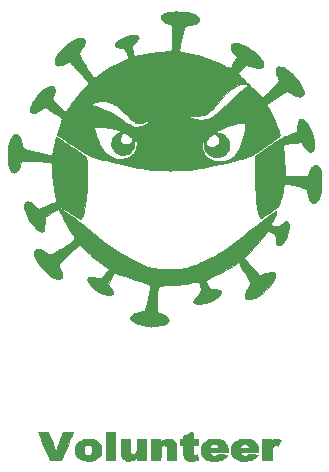
<source format=gbr>
G04 #@! TF.GenerationSoftware,KiCad,Pcbnew,(5.1.10)-1*
G04 #@! TF.CreationDate,2021-09-01T23:04:41-05:00*
G04 #@! TF.ProjectId,Bsides-KC-2021-SAO-Volunteer,42736964-6573-42d4-9b43-2d323032312d,rev?*
G04 #@! TF.SameCoordinates,Original*
G04 #@! TF.FileFunction,Legend,Top*
G04 #@! TF.FilePolarity,Positive*
%FSLAX46Y46*%
G04 Gerber Fmt 4.6, Leading zero omitted, Abs format (unit mm)*
G04 Created by KiCad (PCBNEW (5.1.10)-1) date 2021-09-01 23:04:41*
%MOMM*%
%LPD*%
G01*
G04 APERTURE LIST*
%ADD10C,0.010000*%
G04 APERTURE END LIST*
D10*
G04 #@! TO.C,G\u002A\u002A\u002A*
G36*
X108485197Y-63054115D02*
G01*
X108755644Y-63068380D01*
X109015770Y-63093364D01*
X109254953Y-63128294D01*
X109450000Y-63169209D01*
X109618428Y-63221996D01*
X109773695Y-63290946D01*
X109910941Y-63372284D01*
X110025305Y-63462240D01*
X110111925Y-63557039D01*
X110165943Y-63652909D01*
X110182667Y-63737879D01*
X110162060Y-63837396D01*
X110101207Y-63928822D01*
X110001556Y-64011382D01*
X109864559Y-64084299D01*
X109691665Y-64146797D01*
X109484324Y-64198099D01*
X109251334Y-64236475D01*
X109144609Y-64251851D01*
X109052340Y-64267770D01*
X108983036Y-64282570D01*
X108945207Y-64294590D01*
X108941726Y-64296906D01*
X108930656Y-64323284D01*
X108911799Y-64385979D01*
X108886360Y-64479942D01*
X108855542Y-64600124D01*
X108820549Y-64741475D01*
X108782586Y-64898945D01*
X108742858Y-65067485D01*
X108702567Y-65242045D01*
X108662918Y-65417575D01*
X108625116Y-65589026D01*
X108590364Y-65751347D01*
X108561412Y-65891801D01*
X108537327Y-66018071D01*
X108517258Y-66136110D01*
X108502514Y-66237145D01*
X108494400Y-66312404D01*
X108493512Y-66347517D01*
X108499917Y-66434112D01*
X108648084Y-66472172D01*
X108718436Y-66488834D01*
X108820122Y-66511048D01*
X108942848Y-66536657D01*
X109076324Y-66563504D01*
X109179917Y-66583656D01*
X109603195Y-66669591D01*
X109992278Y-66759596D01*
X110355284Y-66856350D01*
X110700327Y-66962534D01*
X111035526Y-67080827D01*
X111368995Y-67213910D01*
X111708851Y-67364462D01*
X112063212Y-67535164D01*
X112066500Y-67536804D01*
X112195544Y-67600450D01*
X112322043Y-67661507D01*
X112437351Y-67715898D01*
X112532820Y-67759550D01*
X112599802Y-67788386D01*
X112603211Y-67789749D01*
X112748338Y-67847314D01*
X112800989Y-67798116D01*
X112850293Y-67742221D01*
X112913952Y-67655066D01*
X112987651Y-67543384D01*
X113067074Y-67413909D01*
X113147906Y-67273373D01*
X113206703Y-67165060D01*
X113336274Y-66919869D01*
X113185854Y-66720560D01*
X113070183Y-66555506D01*
X112976120Y-66396983D01*
X112904653Y-66248515D01*
X112856768Y-66113625D01*
X112833452Y-65995835D01*
X112835692Y-65898669D01*
X112864474Y-65825650D01*
X112920786Y-65780301D01*
X112922297Y-65779660D01*
X113007970Y-65755530D01*
X113120463Y-65740001D01*
X113244968Y-65733972D01*
X113366678Y-65738344D01*
X113442334Y-65748082D01*
X113645957Y-65797668D01*
X113857243Y-65872412D01*
X114072294Y-65969146D01*
X114287213Y-66084701D01*
X114498101Y-66215910D01*
X114701060Y-66359604D01*
X114892191Y-66512614D01*
X115067598Y-66671774D01*
X115223382Y-66833914D01*
X115355645Y-66995866D01*
X115460488Y-67154462D01*
X115534015Y-67306535D01*
X115572326Y-67448915D01*
X115575913Y-67482188D01*
X115571080Y-67613026D01*
X115535582Y-67714694D01*
X115469473Y-67787132D01*
X115372807Y-67830278D01*
X115250400Y-67844088D01*
X115159742Y-67836244D01*
X115035563Y-67813559D01*
X114883433Y-67777435D01*
X114708924Y-67729274D01*
X114517607Y-67670479D01*
X114381702Y-67625462D01*
X114167487Y-67552482D01*
X113432261Y-68288610D01*
X113728339Y-68587036D01*
X113826383Y-68685225D01*
X113942147Y-68800104D01*
X114072097Y-68928247D01*
X114212696Y-69066231D01*
X114360410Y-69210632D01*
X114511705Y-69358026D01*
X114663045Y-69504988D01*
X114810895Y-69648094D01*
X114951721Y-69783921D01*
X115081987Y-69909044D01*
X115198159Y-70020040D01*
X115296702Y-70113483D01*
X115374081Y-70185951D01*
X115426760Y-70234019D01*
X115443862Y-70248764D01*
X115499132Y-70292119D01*
X115535253Y-70311688D01*
X115564937Y-70311558D01*
X115596800Y-70297901D01*
X115628792Y-70274092D01*
X115685787Y-70223799D01*
X115763616Y-70151214D01*
X115858109Y-70060528D01*
X115965094Y-69955933D01*
X116080401Y-69841620D01*
X116199860Y-69721780D01*
X116319300Y-69600606D01*
X116434551Y-69482288D01*
X116541442Y-69371017D01*
X116635803Y-69270986D01*
X116713464Y-69186386D01*
X116770253Y-69121407D01*
X116783503Y-69105235D01*
X116844106Y-69027916D01*
X116883469Y-68967981D01*
X116902083Y-68915481D01*
X116900434Y-68860465D01*
X116879012Y-68792984D01*
X116838306Y-68703085D01*
X116806473Y-68637612D01*
X116736988Y-68482272D01*
X116691680Y-68346331D01*
X116667162Y-68217061D01*
X116660036Y-68087584D01*
X116668673Y-67938783D01*
X116696245Y-67827078D01*
X116744792Y-67750752D01*
X116816352Y-67708083D01*
X116912964Y-67697355D01*
X117036669Y-67716847D01*
X117084450Y-67729814D01*
X117235499Y-67786487D01*
X117405075Y-67871409D01*
X117585311Y-67979730D01*
X117768343Y-68106598D01*
X117946305Y-68247163D01*
X118003970Y-68296956D01*
X118156769Y-68443344D01*
X118307030Y-68608484D01*
X118451522Y-68787116D01*
X118587017Y-68973983D01*
X118710286Y-69163825D01*
X118818100Y-69351382D01*
X118907229Y-69531396D01*
X118974444Y-69698609D01*
X119016516Y-69847760D01*
X119030254Y-69968355D01*
X119013653Y-70075650D01*
X118966395Y-70157817D01*
X118891978Y-70214742D01*
X118793896Y-70246311D01*
X118675645Y-70252412D01*
X118540722Y-70232930D01*
X118392623Y-70187753D01*
X118234842Y-70116767D01*
X118070877Y-70019858D01*
X118042094Y-70000422D01*
X117976716Y-69959782D01*
X117890424Y-69911841D01*
X117801009Y-69866447D01*
X117794089Y-69863143D01*
X117637593Y-69788823D01*
X117485098Y-69865618D01*
X117406443Y-69907290D01*
X117305003Y-69963989D01*
X117193868Y-70028265D01*
X117086126Y-70092671D01*
X117086093Y-70092691D01*
X117000153Y-70145890D01*
X116895377Y-70212038D01*
X116776524Y-70288007D01*
X116648354Y-70370670D01*
X116515628Y-70456899D01*
X116383105Y-70543566D01*
X116255546Y-70627544D01*
X116137709Y-70705705D01*
X116034355Y-70774921D01*
X115950243Y-70832064D01*
X115890134Y-70874007D01*
X115858788Y-70897622D01*
X115855334Y-70901418D01*
X115864969Y-70922423D01*
X115891968Y-70975184D01*
X115933468Y-71054267D01*
X115986606Y-71154237D01*
X116048520Y-71269660D01*
X116081588Y-71330941D01*
X116214035Y-71581808D01*
X116343315Y-71837958D01*
X116466942Y-72093814D01*
X116582431Y-72343801D01*
X116687296Y-72582344D01*
X116779052Y-72803867D01*
X116855213Y-73002795D01*
X116913294Y-73173552D01*
X116933429Y-73241731D01*
X116965773Y-73381013D01*
X116975988Y-73488251D01*
X116964079Y-73567487D01*
X116933827Y-73618870D01*
X116896353Y-73652847D01*
X116828453Y-73707970D01*
X116734394Y-73781127D01*
X116618445Y-73869208D01*
X116484876Y-73969102D01*
X116337953Y-74077697D01*
X116181945Y-74191883D01*
X116021121Y-74308550D01*
X115859750Y-74424585D01*
X115702098Y-74536879D01*
X115552436Y-74642319D01*
X115415030Y-74737796D01*
X115294150Y-74820198D01*
X115199722Y-74882750D01*
X115065562Y-74967656D01*
X114933553Y-75046211D01*
X114800643Y-75119432D01*
X114663779Y-75188331D01*
X114519908Y-75253923D01*
X114365978Y-75317223D01*
X114198935Y-75379246D01*
X114015727Y-75441005D01*
X113813301Y-75503516D01*
X113588604Y-75567792D01*
X113338584Y-75634849D01*
X113060188Y-75705700D01*
X112750363Y-75781360D01*
X112406057Y-75862844D01*
X112024215Y-75951165D01*
X111897167Y-75980224D01*
X111491304Y-76071695D01*
X111122203Y-76152368D01*
X110785897Y-76222992D01*
X110478418Y-76284315D01*
X110195802Y-76337084D01*
X109934079Y-76382047D01*
X109689284Y-76419953D01*
X109457450Y-76451549D01*
X109293667Y-76471111D01*
X109185170Y-76480543D01*
X109040171Y-76488972D01*
X108864489Y-76496329D01*
X108663945Y-76502543D01*
X108444358Y-76507543D01*
X108211548Y-76511261D01*
X107971337Y-76513624D01*
X107729544Y-76514565D01*
X107491989Y-76514011D01*
X107264492Y-76511894D01*
X107052874Y-76508143D01*
X106862955Y-76502688D01*
X106817167Y-76500954D01*
X106644450Y-76493007D01*
X106485169Y-76483154D01*
X106331502Y-76470483D01*
X106175625Y-76454081D01*
X106009718Y-76433035D01*
X105825957Y-76406434D01*
X105616521Y-76373365D01*
X105373587Y-76332916D01*
X105367250Y-76331842D01*
X105024100Y-76271578D01*
X104672449Y-76205888D01*
X104315698Y-76135613D01*
X103957246Y-76061595D01*
X103600495Y-75984672D01*
X103248844Y-75905687D01*
X102905694Y-75825479D01*
X102574445Y-75744889D01*
X102258498Y-75664758D01*
X101961252Y-75585926D01*
X101686109Y-75509234D01*
X101436469Y-75435523D01*
X101215731Y-75365632D01*
X101027297Y-75300402D01*
X100874567Y-75240674D01*
X100782568Y-75198527D01*
X100661548Y-75133889D01*
X100507955Y-75045613D01*
X100323554Y-74934817D01*
X100110114Y-74802619D01*
X99869400Y-74650137D01*
X99603178Y-74478490D01*
X99313217Y-74288795D01*
X99001282Y-74082170D01*
X98699750Y-73880329D01*
X98563760Y-73788780D01*
X98438954Y-73704576D01*
X98329705Y-73630681D01*
X98240385Y-73570061D01*
X98175368Y-73525680D01*
X98139027Y-73500503D01*
X98133052Y-73496109D01*
X98135045Y-73472902D01*
X98149899Y-73416030D01*
X98175742Y-73331516D01*
X98210704Y-73225381D01*
X98252914Y-73103649D01*
X98268432Y-73060202D01*
X98320594Y-72913688D01*
X98321166Y-72912052D01*
X101295084Y-72912052D01*
X101295810Y-72965198D01*
X101299675Y-73006579D01*
X101316706Y-73105037D01*
X101349262Y-73234535D01*
X101394786Y-73387838D01*
X101450722Y-73557707D01*
X101514512Y-73736908D01*
X101583600Y-73918202D01*
X101655428Y-74094353D01*
X101727441Y-74258124D01*
X101782826Y-74374084D01*
X101932103Y-74633450D01*
X102106566Y-74866338D01*
X102302978Y-75070011D01*
X102518105Y-75241732D01*
X102748711Y-75378764D01*
X102991562Y-75478370D01*
X103134167Y-75517336D01*
X103265507Y-75536398D01*
X103421188Y-75542853D01*
X103585743Y-75537346D01*
X103743707Y-75520524D01*
X103879615Y-75493031D01*
X103906750Y-75485070D01*
X104069640Y-75426011D01*
X104212919Y-75355627D01*
X104354880Y-75264356D01*
X104418112Y-75217796D01*
X104543754Y-75111715D01*
X104642518Y-75001203D01*
X104720861Y-74876327D01*
X104785240Y-74727156D01*
X104831579Y-74581714D01*
X104858842Y-74460758D01*
X104863005Y-74429243D01*
X110401091Y-74429243D01*
X110415012Y-74569778D01*
X110443425Y-74717121D01*
X110485181Y-74863527D01*
X110539130Y-75001253D01*
X110604122Y-75122555D01*
X110606283Y-75125941D01*
X110722988Y-75274121D01*
X110872798Y-75411599D01*
X111046700Y-75531968D01*
X111235685Y-75628822D01*
X111393249Y-75685524D01*
X111612693Y-75731623D01*
X111848926Y-75750319D01*
X112086153Y-75741240D01*
X112296602Y-75706890D01*
X112549853Y-75628061D01*
X112782647Y-75515163D01*
X112996155Y-75367147D01*
X113191548Y-75182962D01*
X113369998Y-74961559D01*
X113532675Y-74701887D01*
X113631717Y-74509559D01*
X113738604Y-74263584D01*
X113828739Y-74006164D01*
X113903872Y-73730513D01*
X113965753Y-73429845D01*
X114016134Y-73097377D01*
X114033805Y-72950890D01*
X114047755Y-72824778D01*
X114059851Y-72710824D01*
X114069324Y-72616667D01*
X114075402Y-72549949D01*
X114077334Y-72519474D01*
X114076116Y-72502454D01*
X114068362Y-72490586D01*
X114047921Y-72483250D01*
X114008639Y-72479826D01*
X113944367Y-72479692D01*
X113848951Y-72482228D01*
X113743959Y-72485836D01*
X113526675Y-72498210D01*
X113337694Y-72518682D01*
X113206757Y-72541458D01*
X112863553Y-72632123D01*
X112510668Y-72757364D01*
X112156857Y-72913649D01*
X111810874Y-73097446D01*
X111771260Y-73120614D01*
X111684599Y-73172255D01*
X111630230Y-73206799D01*
X111603839Y-73228420D01*
X111601115Y-73241288D01*
X111617746Y-73249575D01*
X111633677Y-73253715D01*
X111816115Y-73299611D01*
X111963525Y-73342344D01*
X112082758Y-73384939D01*
X112180665Y-73430423D01*
X112264095Y-73481823D01*
X112339899Y-73542163D01*
X112387328Y-73586627D01*
X112515486Y-73740843D01*
X112610380Y-73914311D01*
X112671939Y-74101097D01*
X112700091Y-74295270D01*
X112694763Y-74490898D01*
X112655885Y-74682047D01*
X112583385Y-74862786D01*
X112477190Y-75027182D01*
X112405719Y-75107163D01*
X112250616Y-75235867D01*
X112079206Y-75326935D01*
X111888672Y-75381481D01*
X111676199Y-75400619D01*
X111664334Y-75400667D01*
X111447018Y-75381783D01*
X111248484Y-75325417D01*
X111069774Y-75231996D01*
X110911932Y-75101947D01*
X110896392Y-75085953D01*
X110765312Y-74927007D01*
X110669515Y-74759681D01*
X110605319Y-74575535D01*
X110569043Y-74366127D01*
X110565378Y-74327299D01*
X110552693Y-74212111D01*
X110536739Y-74136860D01*
X110516263Y-74099196D01*
X110490008Y-74096771D01*
X110457786Y-74125924D01*
X110421328Y-74199572D01*
X110402813Y-74303260D01*
X110401091Y-74429243D01*
X104863005Y-74429243D01*
X104875840Y-74332079D01*
X104882500Y-74205238D01*
X104878743Y-74089793D01*
X104878350Y-74087184D01*
X110740161Y-74087184D01*
X110741409Y-74135668D01*
X110779057Y-74232288D01*
X110849751Y-74329780D01*
X110945744Y-74417712D01*
X110957174Y-74426109D01*
X111038685Y-74478963D01*
X111112879Y-74510597D01*
X111196656Y-74526247D01*
X111295828Y-74531014D01*
X111384008Y-74527161D01*
X111460428Y-74509151D01*
X111547230Y-74471606D01*
X111553774Y-74468354D01*
X111675044Y-74387405D01*
X111764183Y-74280613D01*
X111823379Y-74145084D01*
X111836486Y-74094588D01*
X111850388Y-73942260D01*
X111824105Y-73798309D01*
X111759641Y-73667617D01*
X111659001Y-73555068D01*
X111595261Y-73506804D01*
X111502153Y-73450725D01*
X111428771Y-73423136D01*
X111364578Y-73422930D01*
X111299037Y-73448995D01*
X111262167Y-73471733D01*
X111127558Y-73570971D01*
X111006548Y-73678485D01*
X110903221Y-73789068D01*
X110821658Y-73897516D01*
X110765944Y-73998623D01*
X110740161Y-74087184D01*
X104878350Y-74087184D01*
X104864494Y-73995302D01*
X104839677Y-73931325D01*
X104836796Y-73927220D01*
X104801294Y-73885473D01*
X104773382Y-73862278D01*
X104771651Y-73861578D01*
X104745029Y-73873059D01*
X104721308Y-73924642D01*
X104701072Y-74014160D01*
X104684906Y-74139445D01*
X104679307Y-74204346D01*
X104662453Y-74358583D01*
X104637814Y-74487348D01*
X104616259Y-74558758D01*
X104529887Y-74733789D01*
X104415033Y-74882123D01*
X104276818Y-75002497D01*
X104120364Y-75093646D01*
X103950793Y-75154307D01*
X103773227Y-75183216D01*
X103592787Y-75179109D01*
X103414595Y-75140721D01*
X103243773Y-75066789D01*
X103085443Y-74956050D01*
X103068147Y-74940788D01*
X102952293Y-74812677D01*
X102855808Y-74659612D01*
X102783884Y-74492939D01*
X102741716Y-74324007D01*
X102732691Y-74207812D01*
X102753639Y-74039644D01*
X102812802Y-73867501D01*
X102815051Y-73863453D01*
X103494465Y-73863453D01*
X103506487Y-74005211D01*
X103543137Y-74116360D01*
X103606746Y-74198769D01*
X103699647Y-74254305D01*
X103824170Y-74284837D01*
X103982649Y-74292233D01*
X104027827Y-74290686D01*
X104146393Y-74278624D01*
X104240427Y-74256041D01*
X104269994Y-74243837D01*
X104338946Y-74193098D01*
X104407157Y-74115919D01*
X104463863Y-74026989D01*
X104498295Y-73940996D01*
X104500976Y-73928717D01*
X104497409Y-73845152D01*
X104455731Y-73756377D01*
X104375193Y-73661577D01*
X104255044Y-73559940D01*
X104094537Y-73450651D01*
X104018385Y-73404326D01*
X103921052Y-73352481D01*
X103845355Y-73329301D01*
X103781206Y-73335418D01*
X103718521Y-73371464D01*
X103658097Y-73426875D01*
X103575266Y-73528481D01*
X103523417Y-73637985D01*
X103498368Y-73766553D01*
X103494465Y-73863453D01*
X102815051Y-73863453D01*
X102907274Y-73697466D01*
X103034149Y-73535626D01*
X103073372Y-73494339D01*
X103151434Y-73421772D01*
X103222709Y-73373015D01*
X103304337Y-73336957D01*
X103329570Y-73328224D01*
X103431694Y-73291314D01*
X103496054Y-73260170D01*
X103526369Y-73232129D01*
X103526361Y-73204524D01*
X103518582Y-73192865D01*
X103466881Y-73151833D01*
X103380020Y-73107045D01*
X103264745Y-73060748D01*
X103127801Y-73015190D01*
X102975934Y-72972619D01*
X102815889Y-72935283D01*
X102657563Y-72905931D01*
X102469417Y-72879059D01*
X102277623Y-72857441D01*
X102087995Y-72841259D01*
X101906345Y-72830695D01*
X101738487Y-72825930D01*
X101590235Y-72827147D01*
X101467403Y-72834528D01*
X101375803Y-72848255D01*
X101328146Y-72864335D01*
X101305066Y-72882414D01*
X101295084Y-72912052D01*
X98321166Y-72912052D01*
X98373923Y-72761218D01*
X98424469Y-72614269D01*
X98468282Y-72484324D01*
X98500919Y-72384417D01*
X98581660Y-72130417D01*
X98504318Y-72061133D01*
X98430847Y-72000788D01*
X98328806Y-71926056D01*
X98196479Y-71835798D01*
X98032148Y-71728873D01*
X97834095Y-71604141D01*
X97600604Y-71460461D01*
X97588923Y-71453341D01*
X97462439Y-71376462D01*
X97348220Y-71307398D01*
X97251118Y-71249055D01*
X97175990Y-71204340D01*
X97127690Y-71176160D01*
X97111139Y-71167334D01*
X97091333Y-71178323D01*
X97043162Y-71208373D01*
X96973510Y-71253102D01*
X96889262Y-71308131D01*
X96874665Y-71317746D01*
X96702516Y-71427133D01*
X96555741Y-71510440D01*
X96428346Y-71570017D01*
X96314339Y-71608213D01*
X96207726Y-71627381D01*
X96102516Y-71629869D01*
X96081974Y-71628635D01*
X95984498Y-71614215D01*
X95919746Y-71583000D01*
X95880914Y-71527857D01*
X95861195Y-71441654D01*
X95856864Y-71392747D01*
X95858486Y-71274289D01*
X95880261Y-71152875D01*
X95924646Y-71019723D01*
X95994098Y-70866052D01*
X96016758Y-70821277D01*
X96129666Y-70622586D01*
X96260746Y-70426821D01*
X96406316Y-70237219D01*
X96562697Y-70057013D01*
X96726207Y-69889439D01*
X96893163Y-69737731D01*
X97059886Y-69605123D01*
X97222693Y-69494851D01*
X97377904Y-69410148D01*
X97521837Y-69354251D01*
X97650811Y-69330393D01*
X97711827Y-69331843D01*
X97806728Y-69360745D01*
X97877058Y-69421174D01*
X97922433Y-69509910D01*
X97942469Y-69623736D01*
X97936782Y-69759435D01*
X97904988Y-69913789D01*
X97846703Y-70083579D01*
X97811284Y-70165129D01*
X97766533Y-70269317D01*
X97743819Y-70347833D01*
X97743346Y-70411272D01*
X97765320Y-70470230D01*
X97809944Y-70535305D01*
X97818651Y-70546308D01*
X97872919Y-70609470D01*
X97947784Y-70689974D01*
X98038801Y-70783625D01*
X98141527Y-70886226D01*
X98251516Y-70993580D01*
X98364326Y-71101491D01*
X98475511Y-71205762D01*
X98580627Y-71302198D01*
X98675232Y-71386601D01*
X98754879Y-71454775D01*
X98815126Y-71502524D01*
X98851528Y-71525652D01*
X98857406Y-71527167D01*
X98887928Y-71508824D01*
X98938141Y-71454501D01*
X99007233Y-71365253D01*
X99094393Y-71242137D01*
X99198809Y-71086210D01*
X99214559Y-71062127D01*
X99307354Y-70923253D01*
X101056521Y-70923253D01*
X101109122Y-70968498D01*
X101149585Y-70992388D01*
X101220659Y-71023816D01*
X101312254Y-71058667D01*
X101412403Y-71092237D01*
X101791934Y-71218958D01*
X102141909Y-71353130D01*
X102475058Y-71500148D01*
X102804107Y-71665408D01*
X102944396Y-71741693D01*
X103083174Y-71820290D01*
X103206255Y-71893942D01*
X103322125Y-71968452D01*
X103439268Y-72049619D01*
X103566171Y-72143245D01*
X103711318Y-72255129D01*
X103814976Y-72336832D01*
X104016148Y-72489326D01*
X104197167Y-72609961D01*
X104363697Y-72700429D01*
X104521399Y-72762421D01*
X104675938Y-72797629D01*
X104832975Y-72807745D01*
X104998174Y-72794461D01*
X105177198Y-72759469D01*
X105205921Y-72752369D01*
X105307275Y-72721746D01*
X105420612Y-72680052D01*
X105517570Y-72638062D01*
X105598520Y-72593603D01*
X105679101Y-72539791D01*
X105755310Y-72480829D01*
X105823146Y-72420919D01*
X105878608Y-72364264D01*
X105917694Y-72315065D01*
X105936402Y-72277526D01*
X105930731Y-72255848D01*
X105896680Y-72254234D01*
X105878761Y-72258753D01*
X105838219Y-72273612D01*
X105771907Y-72300757D01*
X105692582Y-72334927D01*
X105673677Y-72343299D01*
X105510058Y-72409070D01*
X105361215Y-72451437D01*
X105209533Y-72474249D01*
X105042407Y-72481340D01*
X104942388Y-72481118D01*
X104872749Y-72477709D01*
X104821545Y-72468649D01*
X104776827Y-72451471D01*
X104726649Y-72423710D01*
X104707532Y-72412215D01*
X104636839Y-72365313D01*
X104552839Y-72301657D01*
X104452944Y-72218966D01*
X104334567Y-72114959D01*
X104195117Y-71987357D01*
X104144665Y-71939883D01*
X109315025Y-71939883D01*
X109318165Y-71956391D01*
X109345544Y-71976287D01*
X109394578Y-72000216D01*
X109415375Y-72009236D01*
X109485637Y-72036723D01*
X109577953Y-72069643D01*
X109673785Y-72101416D01*
X109685250Y-72105030D01*
X109767775Y-72129894D01*
X109845127Y-72150522D01*
X109929113Y-72169601D01*
X110031536Y-72189816D01*
X110161500Y-72213375D01*
X110246910Y-72220217D01*
X110360484Y-72217830D01*
X110489363Y-72207450D01*
X110620693Y-72190315D01*
X110741616Y-72167660D01*
X110805543Y-72151437D01*
X110913627Y-72116527D01*
X111029481Y-72073483D01*
X111130228Y-72030874D01*
X111141504Y-72025584D01*
X111226362Y-71979572D01*
X111326393Y-71914826D01*
X111443126Y-71830042D01*
X111578086Y-71723918D01*
X111732801Y-71595148D01*
X111908799Y-71442429D01*
X112107605Y-71264456D01*
X112330748Y-71059925D01*
X112579754Y-70827532D01*
X112856150Y-70565973D01*
X112903905Y-70520484D01*
X113149959Y-70286822D01*
X113367153Y-70082546D01*
X113556347Y-69906897D01*
X113718402Y-69759113D01*
X113854176Y-69638436D01*
X113964531Y-69544104D01*
X114050325Y-69475358D01*
X114112420Y-69431436D01*
X114151675Y-69411580D01*
X114159971Y-69410176D01*
X114215482Y-69397643D01*
X114239409Y-69366270D01*
X114233493Y-69323329D01*
X114199471Y-69276090D01*
X114139083Y-69231824D01*
X114114353Y-69219420D01*
X114027403Y-69189957D01*
X113933308Y-69180334D01*
X113821934Y-69190567D01*
X113685783Y-69219992D01*
X113441363Y-69299542D01*
X113189907Y-69413794D01*
X113002542Y-69519682D01*
X112879980Y-69605871D01*
X112735950Y-69726690D01*
X112571598Y-69880983D01*
X112388068Y-70067590D01*
X112186506Y-70285355D01*
X111968055Y-70533120D01*
X111770767Y-70765464D01*
X111597907Y-70970782D01*
X111447763Y-71145482D01*
X111317192Y-71292464D01*
X111203051Y-71414629D01*
X111102199Y-71514876D01*
X111011493Y-71596107D01*
X110927790Y-71661221D01*
X110847948Y-71713118D01*
X110768824Y-71754700D01*
X110687277Y-71788866D01*
X110645933Y-71803626D01*
X110597839Y-71818308D01*
X110544628Y-71830407D01*
X110480323Y-71840544D01*
X110398945Y-71849338D01*
X110294515Y-71857412D01*
X110161055Y-71865384D01*
X109992587Y-71873877D01*
X109949834Y-71875896D01*
X109753303Y-71885608D01*
X109596507Y-71894842D01*
X109476865Y-71904243D01*
X109391792Y-71914453D01*
X109338707Y-71926118D01*
X109315025Y-71939883D01*
X104144665Y-71939883D01*
X104032008Y-71833878D01*
X103842650Y-71652241D01*
X103818525Y-71628913D01*
X103639146Y-71457739D01*
X103482624Y-71314155D01*
X103343724Y-71194082D01*
X103217209Y-71093443D01*
X103097845Y-71008157D01*
X102980396Y-70934147D01*
X102859627Y-70867333D01*
X102806084Y-70840153D01*
X102657369Y-70769979D01*
X102529196Y-70719397D01*
X102407559Y-70684819D01*
X102278452Y-70662658D01*
X102127869Y-70649329D01*
X102044084Y-70645025D01*
X101848528Y-70644436D01*
X101662096Y-70658918D01*
X101490770Y-70687053D01*
X101340530Y-70727426D01*
X101217359Y-70778619D01*
X101127239Y-70839215D01*
X101099371Y-70868779D01*
X101056521Y-70923253D01*
X99307354Y-70923253D01*
X99358461Y-70846768D01*
X99502198Y-70643132D01*
X99650942Y-70444754D01*
X99809865Y-70245168D01*
X99984138Y-70037908D01*
X100178933Y-69816511D01*
X100399421Y-69574509D01*
X100436709Y-69534221D01*
X100533694Y-69428707D01*
X100620272Y-69332746D01*
X100692481Y-69250874D01*
X100746359Y-69187630D01*
X100777943Y-69147550D01*
X100784667Y-69135761D01*
X100771491Y-69107741D01*
X100734564Y-69052635D01*
X100677787Y-68975406D01*
X100605063Y-68881021D01*
X100520293Y-68774446D01*
X100427379Y-68660648D01*
X100330223Y-68544591D01*
X100232726Y-68431241D01*
X100217129Y-68413430D01*
X100155764Y-68344867D01*
X100076416Y-68258215D01*
X99983120Y-68157703D01*
X99879912Y-68047555D01*
X99770829Y-67931997D01*
X99659905Y-67815256D01*
X99551178Y-67701558D01*
X99448684Y-67595128D01*
X99356457Y-67500192D01*
X99278535Y-67420977D01*
X99218954Y-67361708D01*
X99181748Y-67326612D01*
X99171783Y-67318886D01*
X99148210Y-67324577D01*
X99093044Y-67344695D01*
X99013370Y-67376461D01*
X98916274Y-67417094D01*
X98862373Y-67440316D01*
X98687607Y-67513552D01*
X98543241Y-67567361D01*
X98423008Y-67603474D01*
X98320640Y-67623618D01*
X98229870Y-67629524D01*
X98184074Y-67627452D01*
X98108596Y-67616968D01*
X98057729Y-67595994D01*
X98013853Y-67556945D01*
X98009776Y-67552432D01*
X97954066Y-67459409D01*
X97931427Y-67345408D01*
X97940037Y-67213425D01*
X97978076Y-67066453D01*
X98043722Y-66907488D01*
X98135155Y-66739523D01*
X98250551Y-66565553D01*
X98388092Y-66388573D01*
X98545954Y-66211578D01*
X98722318Y-66037561D01*
X98915362Y-65869517D01*
X99123264Y-65710441D01*
X99135244Y-65701905D01*
X99344238Y-65563984D01*
X99543498Y-65452908D01*
X99730630Y-65369005D01*
X99903244Y-65312604D01*
X100058948Y-65284036D01*
X100195350Y-65283629D01*
X100310060Y-65311713D01*
X100400685Y-65368618D01*
X100464833Y-65454672D01*
X100488241Y-65515512D01*
X100498674Y-65591541D01*
X100488206Y-65679916D01*
X100455353Y-65784350D01*
X100398632Y-65908556D01*
X100316560Y-66056247D01*
X100207654Y-66231136D01*
X100193958Y-66252215D01*
X100134935Y-66345488D01*
X100083519Y-66431860D01*
X100044906Y-66502245D01*
X100024295Y-66547556D01*
X100023428Y-66550345D01*
X100015198Y-66609760D01*
X100024210Y-66679720D01*
X100052419Y-66767257D01*
X100101781Y-66879399D01*
X100132113Y-66941152D01*
X100191075Y-67052322D01*
X100269511Y-67191077D01*
X100363225Y-67350715D01*
X100468021Y-67524531D01*
X100579704Y-67705823D01*
X100694079Y-67887886D01*
X100806951Y-68064017D01*
X100914123Y-68227512D01*
X101011400Y-68371668D01*
X101094587Y-68489782D01*
X101136691Y-68546273D01*
X101231535Y-68669529D01*
X101299143Y-68635224D01*
X101336056Y-68613688D01*
X101402010Y-68572365D01*
X101490962Y-68515156D01*
X101596868Y-68445966D01*
X101713686Y-68368697D01*
X101771119Y-68330380D01*
X102086581Y-68123025D01*
X102380385Y-67938250D01*
X102662452Y-67770444D01*
X102942705Y-67613998D01*
X103231067Y-67463299D01*
X103537461Y-67312739D01*
X103737417Y-67218586D01*
X103863871Y-67159811D01*
X103976824Y-67107186D01*
X104070839Y-67063254D01*
X104140480Y-67030557D01*
X104180312Y-67011638D01*
X104187617Y-67007978D01*
X104181392Y-66988187D01*
X104160750Y-66935282D01*
X104128047Y-66855018D01*
X104085636Y-66753150D01*
X104035874Y-66635433D01*
X104018789Y-66595372D01*
X103957049Y-66450928D01*
X103907421Y-66340201D01*
X103864428Y-66258398D01*
X103822593Y-66200731D01*
X103776441Y-66162406D01*
X103720494Y-66138635D01*
X103649277Y-66124626D01*
X103557313Y-66115587D01*
X103462250Y-66108500D01*
X103314075Y-66093482D01*
X103202335Y-66072643D01*
X103121326Y-66044226D01*
X103065345Y-66006476D01*
X103041683Y-65979026D01*
X103010996Y-65901660D01*
X103018179Y-65815743D01*
X103060219Y-65723716D01*
X103134105Y-65628017D01*
X103236823Y-65531084D01*
X103365362Y-65435356D01*
X103516708Y-65343272D01*
X103687849Y-65257270D01*
X103875774Y-65179789D01*
X104077469Y-65113268D01*
X104129000Y-65098822D01*
X104241977Y-65071426D01*
X104346846Y-65054249D01*
X104461015Y-65045119D01*
X104584084Y-65042003D01*
X104730820Y-65044399D01*
X104841811Y-65056100D01*
X104923007Y-65079114D01*
X104980362Y-65115449D01*
X105019830Y-65167116D01*
X105032230Y-65193213D01*
X105049665Y-65264311D01*
X105040569Y-65336872D01*
X105002620Y-65414678D01*
X104933499Y-65501509D01*
X104830885Y-65601147D01*
X104728439Y-65688281D01*
X104635028Y-65768991D01*
X104572064Y-65836864D01*
X104533999Y-65901350D01*
X104515288Y-65971901D01*
X104510384Y-66057965D01*
X104510388Y-66059824D01*
X104514666Y-66150128D01*
X104525802Y-66267751D01*
X104541930Y-66398589D01*
X104561183Y-66528536D01*
X104581695Y-66643488D01*
X104596388Y-66709819D01*
X104613042Y-66768511D01*
X104632386Y-66796906D01*
X104667008Y-66805864D01*
X104708305Y-66806379D01*
X104763225Y-66802156D01*
X104848024Y-66791118D01*
X104951106Y-66774944D01*
X105060334Y-66755417D01*
X105281197Y-66713525D01*
X105466259Y-66678776D01*
X105621261Y-66650181D01*
X105751946Y-66626753D01*
X105864057Y-66607504D01*
X105963337Y-66591448D01*
X106055529Y-66577595D01*
X106146376Y-66564958D01*
X106235084Y-66553382D01*
X106370125Y-66537179D01*
X106531067Y-66519432D01*
X106701601Y-66501853D01*
X106865417Y-66486149D01*
X106938404Y-66479648D01*
X107172910Y-66457167D01*
X107373860Y-66433176D01*
X107539094Y-66408007D01*
X107666454Y-66381991D01*
X107753778Y-66355461D01*
X107757967Y-66353747D01*
X107811705Y-66320284D01*
X107837194Y-66269129D01*
X107840446Y-66253595D01*
X107844640Y-66211879D01*
X107849403Y-66133540D01*
X107854574Y-66024283D01*
X107859990Y-65889812D01*
X107865492Y-65735832D01*
X107870917Y-65568047D01*
X107876105Y-65392162D01*
X107880894Y-65213881D01*
X107885124Y-65038909D01*
X107888633Y-64872950D01*
X107891260Y-64721708D01*
X107892843Y-64590888D01*
X107893222Y-64486195D01*
X107892341Y-64416844D01*
X107886084Y-64196271D01*
X107642667Y-64118929D01*
X107535068Y-64082947D01*
X107431027Y-64045027D01*
X107343653Y-64010118D01*
X107293417Y-63987097D01*
X107145205Y-63897274D01*
X107029704Y-63798444D01*
X106949625Y-63693775D01*
X106907677Y-63586435D01*
X106901834Y-63529674D01*
X106904849Y-63474670D01*
X106918685Y-63432433D01*
X106950529Y-63389349D01*
X107004973Y-63334304D01*
X107099243Y-63259007D01*
X107213806Y-63197223D01*
X107352957Y-63147716D01*
X107520992Y-63109249D01*
X107722209Y-63080588D01*
X107955824Y-63060817D01*
X108215050Y-63051337D01*
X108485197Y-63054115D01*
G37*
X108485197Y-63054115D02*
X108755644Y-63068380D01*
X109015770Y-63093364D01*
X109254953Y-63128294D01*
X109450000Y-63169209D01*
X109618428Y-63221996D01*
X109773695Y-63290946D01*
X109910941Y-63372284D01*
X110025305Y-63462240D01*
X110111925Y-63557039D01*
X110165943Y-63652909D01*
X110182667Y-63737879D01*
X110162060Y-63837396D01*
X110101207Y-63928822D01*
X110001556Y-64011382D01*
X109864559Y-64084299D01*
X109691665Y-64146797D01*
X109484324Y-64198099D01*
X109251334Y-64236475D01*
X109144609Y-64251851D01*
X109052340Y-64267770D01*
X108983036Y-64282570D01*
X108945207Y-64294590D01*
X108941726Y-64296906D01*
X108930656Y-64323284D01*
X108911799Y-64385979D01*
X108886360Y-64479942D01*
X108855542Y-64600124D01*
X108820549Y-64741475D01*
X108782586Y-64898945D01*
X108742858Y-65067485D01*
X108702567Y-65242045D01*
X108662918Y-65417575D01*
X108625116Y-65589026D01*
X108590364Y-65751347D01*
X108561412Y-65891801D01*
X108537327Y-66018071D01*
X108517258Y-66136110D01*
X108502514Y-66237145D01*
X108494400Y-66312404D01*
X108493512Y-66347517D01*
X108499917Y-66434112D01*
X108648084Y-66472172D01*
X108718436Y-66488834D01*
X108820122Y-66511048D01*
X108942848Y-66536657D01*
X109076324Y-66563504D01*
X109179917Y-66583656D01*
X109603195Y-66669591D01*
X109992278Y-66759596D01*
X110355284Y-66856350D01*
X110700327Y-66962534D01*
X111035526Y-67080827D01*
X111368995Y-67213910D01*
X111708851Y-67364462D01*
X112063212Y-67535164D01*
X112066500Y-67536804D01*
X112195544Y-67600450D01*
X112322043Y-67661507D01*
X112437351Y-67715898D01*
X112532820Y-67759550D01*
X112599802Y-67788386D01*
X112603211Y-67789749D01*
X112748338Y-67847314D01*
X112800989Y-67798116D01*
X112850293Y-67742221D01*
X112913952Y-67655066D01*
X112987651Y-67543384D01*
X113067074Y-67413909D01*
X113147906Y-67273373D01*
X113206703Y-67165060D01*
X113336274Y-66919869D01*
X113185854Y-66720560D01*
X113070183Y-66555506D01*
X112976120Y-66396983D01*
X112904653Y-66248515D01*
X112856768Y-66113625D01*
X112833452Y-65995835D01*
X112835692Y-65898669D01*
X112864474Y-65825650D01*
X112920786Y-65780301D01*
X112922297Y-65779660D01*
X113007970Y-65755530D01*
X113120463Y-65740001D01*
X113244968Y-65733972D01*
X113366678Y-65738344D01*
X113442334Y-65748082D01*
X113645957Y-65797668D01*
X113857243Y-65872412D01*
X114072294Y-65969146D01*
X114287213Y-66084701D01*
X114498101Y-66215910D01*
X114701060Y-66359604D01*
X114892191Y-66512614D01*
X115067598Y-66671774D01*
X115223382Y-66833914D01*
X115355645Y-66995866D01*
X115460488Y-67154462D01*
X115534015Y-67306535D01*
X115572326Y-67448915D01*
X115575913Y-67482188D01*
X115571080Y-67613026D01*
X115535582Y-67714694D01*
X115469473Y-67787132D01*
X115372807Y-67830278D01*
X115250400Y-67844088D01*
X115159742Y-67836244D01*
X115035563Y-67813559D01*
X114883433Y-67777435D01*
X114708924Y-67729274D01*
X114517607Y-67670479D01*
X114381702Y-67625462D01*
X114167487Y-67552482D01*
X113432261Y-68288610D01*
X113728339Y-68587036D01*
X113826383Y-68685225D01*
X113942147Y-68800104D01*
X114072097Y-68928247D01*
X114212696Y-69066231D01*
X114360410Y-69210632D01*
X114511705Y-69358026D01*
X114663045Y-69504988D01*
X114810895Y-69648094D01*
X114951721Y-69783921D01*
X115081987Y-69909044D01*
X115198159Y-70020040D01*
X115296702Y-70113483D01*
X115374081Y-70185951D01*
X115426760Y-70234019D01*
X115443862Y-70248764D01*
X115499132Y-70292119D01*
X115535253Y-70311688D01*
X115564937Y-70311558D01*
X115596800Y-70297901D01*
X115628792Y-70274092D01*
X115685787Y-70223799D01*
X115763616Y-70151214D01*
X115858109Y-70060528D01*
X115965094Y-69955933D01*
X116080401Y-69841620D01*
X116199860Y-69721780D01*
X116319300Y-69600606D01*
X116434551Y-69482288D01*
X116541442Y-69371017D01*
X116635803Y-69270986D01*
X116713464Y-69186386D01*
X116770253Y-69121407D01*
X116783503Y-69105235D01*
X116844106Y-69027916D01*
X116883469Y-68967981D01*
X116902083Y-68915481D01*
X116900434Y-68860465D01*
X116879012Y-68792984D01*
X116838306Y-68703085D01*
X116806473Y-68637612D01*
X116736988Y-68482272D01*
X116691680Y-68346331D01*
X116667162Y-68217061D01*
X116660036Y-68087584D01*
X116668673Y-67938783D01*
X116696245Y-67827078D01*
X116744792Y-67750752D01*
X116816352Y-67708083D01*
X116912964Y-67697355D01*
X117036669Y-67716847D01*
X117084450Y-67729814D01*
X117235499Y-67786487D01*
X117405075Y-67871409D01*
X117585311Y-67979730D01*
X117768343Y-68106598D01*
X117946305Y-68247163D01*
X118003970Y-68296956D01*
X118156769Y-68443344D01*
X118307030Y-68608484D01*
X118451522Y-68787116D01*
X118587017Y-68973983D01*
X118710286Y-69163825D01*
X118818100Y-69351382D01*
X118907229Y-69531396D01*
X118974444Y-69698609D01*
X119016516Y-69847760D01*
X119030254Y-69968355D01*
X119013653Y-70075650D01*
X118966395Y-70157817D01*
X118891978Y-70214742D01*
X118793896Y-70246311D01*
X118675645Y-70252412D01*
X118540722Y-70232930D01*
X118392623Y-70187753D01*
X118234842Y-70116767D01*
X118070877Y-70019858D01*
X118042094Y-70000422D01*
X117976716Y-69959782D01*
X117890424Y-69911841D01*
X117801009Y-69866447D01*
X117794089Y-69863143D01*
X117637593Y-69788823D01*
X117485098Y-69865618D01*
X117406443Y-69907290D01*
X117305003Y-69963989D01*
X117193868Y-70028265D01*
X117086126Y-70092671D01*
X117086093Y-70092691D01*
X117000153Y-70145890D01*
X116895377Y-70212038D01*
X116776524Y-70288007D01*
X116648354Y-70370670D01*
X116515628Y-70456899D01*
X116383105Y-70543566D01*
X116255546Y-70627544D01*
X116137709Y-70705705D01*
X116034355Y-70774921D01*
X115950243Y-70832064D01*
X115890134Y-70874007D01*
X115858788Y-70897622D01*
X115855334Y-70901418D01*
X115864969Y-70922423D01*
X115891968Y-70975184D01*
X115933468Y-71054267D01*
X115986606Y-71154237D01*
X116048520Y-71269660D01*
X116081588Y-71330941D01*
X116214035Y-71581808D01*
X116343315Y-71837958D01*
X116466942Y-72093814D01*
X116582431Y-72343801D01*
X116687296Y-72582344D01*
X116779052Y-72803867D01*
X116855213Y-73002795D01*
X116913294Y-73173552D01*
X116933429Y-73241731D01*
X116965773Y-73381013D01*
X116975988Y-73488251D01*
X116964079Y-73567487D01*
X116933827Y-73618870D01*
X116896353Y-73652847D01*
X116828453Y-73707970D01*
X116734394Y-73781127D01*
X116618445Y-73869208D01*
X116484876Y-73969102D01*
X116337953Y-74077697D01*
X116181945Y-74191883D01*
X116021121Y-74308550D01*
X115859750Y-74424585D01*
X115702098Y-74536879D01*
X115552436Y-74642319D01*
X115415030Y-74737796D01*
X115294150Y-74820198D01*
X115199722Y-74882750D01*
X115065562Y-74967656D01*
X114933553Y-75046211D01*
X114800643Y-75119432D01*
X114663779Y-75188331D01*
X114519908Y-75253923D01*
X114365978Y-75317223D01*
X114198935Y-75379246D01*
X114015727Y-75441005D01*
X113813301Y-75503516D01*
X113588604Y-75567792D01*
X113338584Y-75634849D01*
X113060188Y-75705700D01*
X112750363Y-75781360D01*
X112406057Y-75862844D01*
X112024215Y-75951165D01*
X111897167Y-75980224D01*
X111491304Y-76071695D01*
X111122203Y-76152368D01*
X110785897Y-76222992D01*
X110478418Y-76284315D01*
X110195802Y-76337084D01*
X109934079Y-76382047D01*
X109689284Y-76419953D01*
X109457450Y-76451549D01*
X109293667Y-76471111D01*
X109185170Y-76480543D01*
X109040171Y-76488972D01*
X108864489Y-76496329D01*
X108663945Y-76502543D01*
X108444358Y-76507543D01*
X108211548Y-76511261D01*
X107971337Y-76513624D01*
X107729544Y-76514565D01*
X107491989Y-76514011D01*
X107264492Y-76511894D01*
X107052874Y-76508143D01*
X106862955Y-76502688D01*
X106817167Y-76500954D01*
X106644450Y-76493007D01*
X106485169Y-76483154D01*
X106331502Y-76470483D01*
X106175625Y-76454081D01*
X106009718Y-76433035D01*
X105825957Y-76406434D01*
X105616521Y-76373365D01*
X105373587Y-76332916D01*
X105367250Y-76331842D01*
X105024100Y-76271578D01*
X104672449Y-76205888D01*
X104315698Y-76135613D01*
X103957246Y-76061595D01*
X103600495Y-75984672D01*
X103248844Y-75905687D01*
X102905694Y-75825479D01*
X102574445Y-75744889D01*
X102258498Y-75664758D01*
X101961252Y-75585926D01*
X101686109Y-75509234D01*
X101436469Y-75435523D01*
X101215731Y-75365632D01*
X101027297Y-75300402D01*
X100874567Y-75240674D01*
X100782568Y-75198527D01*
X100661548Y-75133889D01*
X100507955Y-75045613D01*
X100323554Y-74934817D01*
X100110114Y-74802619D01*
X99869400Y-74650137D01*
X99603178Y-74478490D01*
X99313217Y-74288795D01*
X99001282Y-74082170D01*
X98699750Y-73880329D01*
X98563760Y-73788780D01*
X98438954Y-73704576D01*
X98329705Y-73630681D01*
X98240385Y-73570061D01*
X98175368Y-73525680D01*
X98139027Y-73500503D01*
X98133052Y-73496109D01*
X98135045Y-73472902D01*
X98149899Y-73416030D01*
X98175742Y-73331516D01*
X98210704Y-73225381D01*
X98252914Y-73103649D01*
X98268432Y-73060202D01*
X98320594Y-72913688D01*
X98321166Y-72912052D01*
X101295084Y-72912052D01*
X101295810Y-72965198D01*
X101299675Y-73006579D01*
X101316706Y-73105037D01*
X101349262Y-73234535D01*
X101394786Y-73387838D01*
X101450722Y-73557707D01*
X101514512Y-73736908D01*
X101583600Y-73918202D01*
X101655428Y-74094353D01*
X101727441Y-74258124D01*
X101782826Y-74374084D01*
X101932103Y-74633450D01*
X102106566Y-74866338D01*
X102302978Y-75070011D01*
X102518105Y-75241732D01*
X102748711Y-75378764D01*
X102991562Y-75478370D01*
X103134167Y-75517336D01*
X103265507Y-75536398D01*
X103421188Y-75542853D01*
X103585743Y-75537346D01*
X103743707Y-75520524D01*
X103879615Y-75493031D01*
X103906750Y-75485070D01*
X104069640Y-75426011D01*
X104212919Y-75355627D01*
X104354880Y-75264356D01*
X104418112Y-75217796D01*
X104543754Y-75111715D01*
X104642518Y-75001203D01*
X104720861Y-74876327D01*
X104785240Y-74727156D01*
X104831579Y-74581714D01*
X104858842Y-74460758D01*
X104863005Y-74429243D01*
X110401091Y-74429243D01*
X110415012Y-74569778D01*
X110443425Y-74717121D01*
X110485181Y-74863527D01*
X110539130Y-75001253D01*
X110604122Y-75122555D01*
X110606283Y-75125941D01*
X110722988Y-75274121D01*
X110872798Y-75411599D01*
X111046700Y-75531968D01*
X111235685Y-75628822D01*
X111393249Y-75685524D01*
X111612693Y-75731623D01*
X111848926Y-75750319D01*
X112086153Y-75741240D01*
X112296602Y-75706890D01*
X112549853Y-75628061D01*
X112782647Y-75515163D01*
X112996155Y-75367147D01*
X113191548Y-75182962D01*
X113369998Y-74961559D01*
X113532675Y-74701887D01*
X113631717Y-74509559D01*
X113738604Y-74263584D01*
X113828739Y-74006164D01*
X113903872Y-73730513D01*
X113965753Y-73429845D01*
X114016134Y-73097377D01*
X114033805Y-72950890D01*
X114047755Y-72824778D01*
X114059851Y-72710824D01*
X114069324Y-72616667D01*
X114075402Y-72549949D01*
X114077334Y-72519474D01*
X114076116Y-72502454D01*
X114068362Y-72490586D01*
X114047921Y-72483250D01*
X114008639Y-72479826D01*
X113944367Y-72479692D01*
X113848951Y-72482228D01*
X113743959Y-72485836D01*
X113526675Y-72498210D01*
X113337694Y-72518682D01*
X113206757Y-72541458D01*
X112863553Y-72632123D01*
X112510668Y-72757364D01*
X112156857Y-72913649D01*
X111810874Y-73097446D01*
X111771260Y-73120614D01*
X111684599Y-73172255D01*
X111630230Y-73206799D01*
X111603839Y-73228420D01*
X111601115Y-73241288D01*
X111617746Y-73249575D01*
X111633677Y-73253715D01*
X111816115Y-73299611D01*
X111963525Y-73342344D01*
X112082758Y-73384939D01*
X112180665Y-73430423D01*
X112264095Y-73481823D01*
X112339899Y-73542163D01*
X112387328Y-73586627D01*
X112515486Y-73740843D01*
X112610380Y-73914311D01*
X112671939Y-74101097D01*
X112700091Y-74295270D01*
X112694763Y-74490898D01*
X112655885Y-74682047D01*
X112583385Y-74862786D01*
X112477190Y-75027182D01*
X112405719Y-75107163D01*
X112250616Y-75235867D01*
X112079206Y-75326935D01*
X111888672Y-75381481D01*
X111676199Y-75400619D01*
X111664334Y-75400667D01*
X111447018Y-75381783D01*
X111248484Y-75325417D01*
X111069774Y-75231996D01*
X110911932Y-75101947D01*
X110896392Y-75085953D01*
X110765312Y-74927007D01*
X110669515Y-74759681D01*
X110605319Y-74575535D01*
X110569043Y-74366127D01*
X110565378Y-74327299D01*
X110552693Y-74212111D01*
X110536739Y-74136860D01*
X110516263Y-74099196D01*
X110490008Y-74096771D01*
X110457786Y-74125924D01*
X110421328Y-74199572D01*
X110402813Y-74303260D01*
X110401091Y-74429243D01*
X104863005Y-74429243D01*
X104875840Y-74332079D01*
X104882500Y-74205238D01*
X104878743Y-74089793D01*
X104878350Y-74087184D01*
X110740161Y-74087184D01*
X110741409Y-74135668D01*
X110779057Y-74232288D01*
X110849751Y-74329780D01*
X110945744Y-74417712D01*
X110957174Y-74426109D01*
X111038685Y-74478963D01*
X111112879Y-74510597D01*
X111196656Y-74526247D01*
X111295828Y-74531014D01*
X111384008Y-74527161D01*
X111460428Y-74509151D01*
X111547230Y-74471606D01*
X111553774Y-74468354D01*
X111675044Y-74387405D01*
X111764183Y-74280613D01*
X111823379Y-74145084D01*
X111836486Y-74094588D01*
X111850388Y-73942260D01*
X111824105Y-73798309D01*
X111759641Y-73667617D01*
X111659001Y-73555068D01*
X111595261Y-73506804D01*
X111502153Y-73450725D01*
X111428771Y-73423136D01*
X111364578Y-73422930D01*
X111299037Y-73448995D01*
X111262167Y-73471733D01*
X111127558Y-73570971D01*
X111006548Y-73678485D01*
X110903221Y-73789068D01*
X110821658Y-73897516D01*
X110765944Y-73998623D01*
X110740161Y-74087184D01*
X104878350Y-74087184D01*
X104864494Y-73995302D01*
X104839677Y-73931325D01*
X104836796Y-73927220D01*
X104801294Y-73885473D01*
X104773382Y-73862278D01*
X104771651Y-73861578D01*
X104745029Y-73873059D01*
X104721308Y-73924642D01*
X104701072Y-74014160D01*
X104684906Y-74139445D01*
X104679307Y-74204346D01*
X104662453Y-74358583D01*
X104637814Y-74487348D01*
X104616259Y-74558758D01*
X104529887Y-74733789D01*
X104415033Y-74882123D01*
X104276818Y-75002497D01*
X104120364Y-75093646D01*
X103950793Y-75154307D01*
X103773227Y-75183216D01*
X103592787Y-75179109D01*
X103414595Y-75140721D01*
X103243773Y-75066789D01*
X103085443Y-74956050D01*
X103068147Y-74940788D01*
X102952293Y-74812677D01*
X102855808Y-74659612D01*
X102783884Y-74492939D01*
X102741716Y-74324007D01*
X102732691Y-74207812D01*
X102753639Y-74039644D01*
X102812802Y-73867501D01*
X102815051Y-73863453D01*
X103494465Y-73863453D01*
X103506487Y-74005211D01*
X103543137Y-74116360D01*
X103606746Y-74198769D01*
X103699647Y-74254305D01*
X103824170Y-74284837D01*
X103982649Y-74292233D01*
X104027827Y-74290686D01*
X104146393Y-74278624D01*
X104240427Y-74256041D01*
X104269994Y-74243837D01*
X104338946Y-74193098D01*
X104407157Y-74115919D01*
X104463863Y-74026989D01*
X104498295Y-73940996D01*
X104500976Y-73928717D01*
X104497409Y-73845152D01*
X104455731Y-73756377D01*
X104375193Y-73661577D01*
X104255044Y-73559940D01*
X104094537Y-73450651D01*
X104018385Y-73404326D01*
X103921052Y-73352481D01*
X103845355Y-73329301D01*
X103781206Y-73335418D01*
X103718521Y-73371464D01*
X103658097Y-73426875D01*
X103575266Y-73528481D01*
X103523417Y-73637985D01*
X103498368Y-73766553D01*
X103494465Y-73863453D01*
X102815051Y-73863453D01*
X102907274Y-73697466D01*
X103034149Y-73535626D01*
X103073372Y-73494339D01*
X103151434Y-73421772D01*
X103222709Y-73373015D01*
X103304337Y-73336957D01*
X103329570Y-73328224D01*
X103431694Y-73291314D01*
X103496054Y-73260170D01*
X103526369Y-73232129D01*
X103526361Y-73204524D01*
X103518582Y-73192865D01*
X103466881Y-73151833D01*
X103380020Y-73107045D01*
X103264745Y-73060748D01*
X103127801Y-73015190D01*
X102975934Y-72972619D01*
X102815889Y-72935283D01*
X102657563Y-72905931D01*
X102469417Y-72879059D01*
X102277623Y-72857441D01*
X102087995Y-72841259D01*
X101906345Y-72830695D01*
X101738487Y-72825930D01*
X101590235Y-72827147D01*
X101467403Y-72834528D01*
X101375803Y-72848255D01*
X101328146Y-72864335D01*
X101305066Y-72882414D01*
X101295084Y-72912052D01*
X98321166Y-72912052D01*
X98373923Y-72761218D01*
X98424469Y-72614269D01*
X98468282Y-72484324D01*
X98500919Y-72384417D01*
X98581660Y-72130417D01*
X98504318Y-72061133D01*
X98430847Y-72000788D01*
X98328806Y-71926056D01*
X98196479Y-71835798D01*
X98032148Y-71728873D01*
X97834095Y-71604141D01*
X97600604Y-71460461D01*
X97588923Y-71453341D01*
X97462439Y-71376462D01*
X97348220Y-71307398D01*
X97251118Y-71249055D01*
X97175990Y-71204340D01*
X97127690Y-71176160D01*
X97111139Y-71167334D01*
X97091333Y-71178323D01*
X97043162Y-71208373D01*
X96973510Y-71253102D01*
X96889262Y-71308131D01*
X96874665Y-71317746D01*
X96702516Y-71427133D01*
X96555741Y-71510440D01*
X96428346Y-71570017D01*
X96314339Y-71608213D01*
X96207726Y-71627381D01*
X96102516Y-71629869D01*
X96081974Y-71628635D01*
X95984498Y-71614215D01*
X95919746Y-71583000D01*
X95880914Y-71527857D01*
X95861195Y-71441654D01*
X95856864Y-71392747D01*
X95858486Y-71274289D01*
X95880261Y-71152875D01*
X95924646Y-71019723D01*
X95994098Y-70866052D01*
X96016758Y-70821277D01*
X96129666Y-70622586D01*
X96260746Y-70426821D01*
X96406316Y-70237219D01*
X96562697Y-70057013D01*
X96726207Y-69889439D01*
X96893163Y-69737731D01*
X97059886Y-69605123D01*
X97222693Y-69494851D01*
X97377904Y-69410148D01*
X97521837Y-69354251D01*
X97650811Y-69330393D01*
X97711827Y-69331843D01*
X97806728Y-69360745D01*
X97877058Y-69421174D01*
X97922433Y-69509910D01*
X97942469Y-69623736D01*
X97936782Y-69759435D01*
X97904988Y-69913789D01*
X97846703Y-70083579D01*
X97811284Y-70165129D01*
X97766533Y-70269317D01*
X97743819Y-70347833D01*
X97743346Y-70411272D01*
X97765320Y-70470230D01*
X97809944Y-70535305D01*
X97818651Y-70546308D01*
X97872919Y-70609470D01*
X97947784Y-70689974D01*
X98038801Y-70783625D01*
X98141527Y-70886226D01*
X98251516Y-70993580D01*
X98364326Y-71101491D01*
X98475511Y-71205762D01*
X98580627Y-71302198D01*
X98675232Y-71386601D01*
X98754879Y-71454775D01*
X98815126Y-71502524D01*
X98851528Y-71525652D01*
X98857406Y-71527167D01*
X98887928Y-71508824D01*
X98938141Y-71454501D01*
X99007233Y-71365253D01*
X99094393Y-71242137D01*
X99198809Y-71086210D01*
X99214559Y-71062127D01*
X99307354Y-70923253D01*
X101056521Y-70923253D01*
X101109122Y-70968498D01*
X101149585Y-70992388D01*
X101220659Y-71023816D01*
X101312254Y-71058667D01*
X101412403Y-71092237D01*
X101791934Y-71218958D01*
X102141909Y-71353130D01*
X102475058Y-71500148D01*
X102804107Y-71665408D01*
X102944396Y-71741693D01*
X103083174Y-71820290D01*
X103206255Y-71893942D01*
X103322125Y-71968452D01*
X103439268Y-72049619D01*
X103566171Y-72143245D01*
X103711318Y-72255129D01*
X103814976Y-72336832D01*
X104016148Y-72489326D01*
X104197167Y-72609961D01*
X104363697Y-72700429D01*
X104521399Y-72762421D01*
X104675938Y-72797629D01*
X104832975Y-72807745D01*
X104998174Y-72794461D01*
X105177198Y-72759469D01*
X105205921Y-72752369D01*
X105307275Y-72721746D01*
X105420612Y-72680052D01*
X105517570Y-72638062D01*
X105598520Y-72593603D01*
X105679101Y-72539791D01*
X105755310Y-72480829D01*
X105823146Y-72420919D01*
X105878608Y-72364264D01*
X105917694Y-72315065D01*
X105936402Y-72277526D01*
X105930731Y-72255848D01*
X105896680Y-72254234D01*
X105878761Y-72258753D01*
X105838219Y-72273612D01*
X105771907Y-72300757D01*
X105692582Y-72334927D01*
X105673677Y-72343299D01*
X105510058Y-72409070D01*
X105361215Y-72451437D01*
X105209533Y-72474249D01*
X105042407Y-72481340D01*
X104942388Y-72481118D01*
X104872749Y-72477709D01*
X104821545Y-72468649D01*
X104776827Y-72451471D01*
X104726649Y-72423710D01*
X104707532Y-72412215D01*
X104636839Y-72365313D01*
X104552839Y-72301657D01*
X104452944Y-72218966D01*
X104334567Y-72114959D01*
X104195117Y-71987357D01*
X104144665Y-71939883D01*
X109315025Y-71939883D01*
X109318165Y-71956391D01*
X109345544Y-71976287D01*
X109394578Y-72000216D01*
X109415375Y-72009236D01*
X109485637Y-72036723D01*
X109577953Y-72069643D01*
X109673785Y-72101416D01*
X109685250Y-72105030D01*
X109767775Y-72129894D01*
X109845127Y-72150522D01*
X109929113Y-72169601D01*
X110031536Y-72189816D01*
X110161500Y-72213375D01*
X110246910Y-72220217D01*
X110360484Y-72217830D01*
X110489363Y-72207450D01*
X110620693Y-72190315D01*
X110741616Y-72167660D01*
X110805543Y-72151437D01*
X110913627Y-72116527D01*
X111029481Y-72073483D01*
X111130228Y-72030874D01*
X111141504Y-72025584D01*
X111226362Y-71979572D01*
X111326393Y-71914826D01*
X111443126Y-71830042D01*
X111578086Y-71723918D01*
X111732801Y-71595148D01*
X111908799Y-71442429D01*
X112107605Y-71264456D01*
X112330748Y-71059925D01*
X112579754Y-70827532D01*
X112856150Y-70565973D01*
X112903905Y-70520484D01*
X113149959Y-70286822D01*
X113367153Y-70082546D01*
X113556347Y-69906897D01*
X113718402Y-69759113D01*
X113854176Y-69638436D01*
X113964531Y-69544104D01*
X114050325Y-69475358D01*
X114112420Y-69431436D01*
X114151675Y-69411580D01*
X114159971Y-69410176D01*
X114215482Y-69397643D01*
X114239409Y-69366270D01*
X114233493Y-69323329D01*
X114199471Y-69276090D01*
X114139083Y-69231824D01*
X114114353Y-69219420D01*
X114027403Y-69189957D01*
X113933308Y-69180334D01*
X113821934Y-69190567D01*
X113685783Y-69219992D01*
X113441363Y-69299542D01*
X113189907Y-69413794D01*
X113002542Y-69519682D01*
X112879980Y-69605871D01*
X112735950Y-69726690D01*
X112571598Y-69880983D01*
X112388068Y-70067590D01*
X112186506Y-70285355D01*
X111968055Y-70533120D01*
X111770767Y-70765464D01*
X111597907Y-70970782D01*
X111447763Y-71145482D01*
X111317192Y-71292464D01*
X111203051Y-71414629D01*
X111102199Y-71514876D01*
X111011493Y-71596107D01*
X110927790Y-71661221D01*
X110847948Y-71713118D01*
X110768824Y-71754700D01*
X110687277Y-71788866D01*
X110645933Y-71803626D01*
X110597839Y-71818308D01*
X110544628Y-71830407D01*
X110480323Y-71840544D01*
X110398945Y-71849338D01*
X110294515Y-71857412D01*
X110161055Y-71865384D01*
X109992587Y-71873877D01*
X109949834Y-71875896D01*
X109753303Y-71885608D01*
X109596507Y-71894842D01*
X109476865Y-71904243D01*
X109391792Y-71914453D01*
X109338707Y-71926118D01*
X109315025Y-71939883D01*
X104144665Y-71939883D01*
X104032008Y-71833878D01*
X103842650Y-71652241D01*
X103818525Y-71628913D01*
X103639146Y-71457739D01*
X103482624Y-71314155D01*
X103343724Y-71194082D01*
X103217209Y-71093443D01*
X103097845Y-71008157D01*
X102980396Y-70934147D01*
X102859627Y-70867333D01*
X102806084Y-70840153D01*
X102657369Y-70769979D01*
X102529196Y-70719397D01*
X102407559Y-70684819D01*
X102278452Y-70662658D01*
X102127869Y-70649329D01*
X102044084Y-70645025D01*
X101848528Y-70644436D01*
X101662096Y-70658918D01*
X101490770Y-70687053D01*
X101340530Y-70727426D01*
X101217359Y-70778619D01*
X101127239Y-70839215D01*
X101099371Y-70868779D01*
X101056521Y-70923253D01*
X99307354Y-70923253D01*
X99358461Y-70846768D01*
X99502198Y-70643132D01*
X99650942Y-70444754D01*
X99809865Y-70245168D01*
X99984138Y-70037908D01*
X100178933Y-69816511D01*
X100399421Y-69574509D01*
X100436709Y-69534221D01*
X100533694Y-69428707D01*
X100620272Y-69332746D01*
X100692481Y-69250874D01*
X100746359Y-69187630D01*
X100777943Y-69147550D01*
X100784667Y-69135761D01*
X100771491Y-69107741D01*
X100734564Y-69052635D01*
X100677787Y-68975406D01*
X100605063Y-68881021D01*
X100520293Y-68774446D01*
X100427379Y-68660648D01*
X100330223Y-68544591D01*
X100232726Y-68431241D01*
X100217129Y-68413430D01*
X100155764Y-68344867D01*
X100076416Y-68258215D01*
X99983120Y-68157703D01*
X99879912Y-68047555D01*
X99770829Y-67931997D01*
X99659905Y-67815256D01*
X99551178Y-67701558D01*
X99448684Y-67595128D01*
X99356457Y-67500192D01*
X99278535Y-67420977D01*
X99218954Y-67361708D01*
X99181748Y-67326612D01*
X99171783Y-67318886D01*
X99148210Y-67324577D01*
X99093044Y-67344695D01*
X99013370Y-67376461D01*
X98916274Y-67417094D01*
X98862373Y-67440316D01*
X98687607Y-67513552D01*
X98543241Y-67567361D01*
X98423008Y-67603474D01*
X98320640Y-67623618D01*
X98229870Y-67629524D01*
X98184074Y-67627452D01*
X98108596Y-67616968D01*
X98057729Y-67595994D01*
X98013853Y-67556945D01*
X98009776Y-67552432D01*
X97954066Y-67459409D01*
X97931427Y-67345408D01*
X97940037Y-67213425D01*
X97978076Y-67066453D01*
X98043722Y-66907488D01*
X98135155Y-66739523D01*
X98250551Y-66565553D01*
X98388092Y-66388573D01*
X98545954Y-66211578D01*
X98722318Y-66037561D01*
X98915362Y-65869517D01*
X99123264Y-65710441D01*
X99135244Y-65701905D01*
X99344238Y-65563984D01*
X99543498Y-65452908D01*
X99730630Y-65369005D01*
X99903244Y-65312604D01*
X100058948Y-65284036D01*
X100195350Y-65283629D01*
X100310060Y-65311713D01*
X100400685Y-65368618D01*
X100464833Y-65454672D01*
X100488241Y-65515512D01*
X100498674Y-65591541D01*
X100488206Y-65679916D01*
X100455353Y-65784350D01*
X100398632Y-65908556D01*
X100316560Y-66056247D01*
X100207654Y-66231136D01*
X100193958Y-66252215D01*
X100134935Y-66345488D01*
X100083519Y-66431860D01*
X100044906Y-66502245D01*
X100024295Y-66547556D01*
X100023428Y-66550345D01*
X100015198Y-66609760D01*
X100024210Y-66679720D01*
X100052419Y-66767257D01*
X100101781Y-66879399D01*
X100132113Y-66941152D01*
X100191075Y-67052322D01*
X100269511Y-67191077D01*
X100363225Y-67350715D01*
X100468021Y-67524531D01*
X100579704Y-67705823D01*
X100694079Y-67887886D01*
X100806951Y-68064017D01*
X100914123Y-68227512D01*
X101011400Y-68371668D01*
X101094587Y-68489782D01*
X101136691Y-68546273D01*
X101231535Y-68669529D01*
X101299143Y-68635224D01*
X101336056Y-68613688D01*
X101402010Y-68572365D01*
X101490962Y-68515156D01*
X101596868Y-68445966D01*
X101713686Y-68368697D01*
X101771119Y-68330380D01*
X102086581Y-68123025D01*
X102380385Y-67938250D01*
X102662452Y-67770444D01*
X102942705Y-67613998D01*
X103231067Y-67463299D01*
X103537461Y-67312739D01*
X103737417Y-67218586D01*
X103863871Y-67159811D01*
X103976824Y-67107186D01*
X104070839Y-67063254D01*
X104140480Y-67030557D01*
X104180312Y-67011638D01*
X104187617Y-67007978D01*
X104181392Y-66988187D01*
X104160750Y-66935282D01*
X104128047Y-66855018D01*
X104085636Y-66753150D01*
X104035874Y-66635433D01*
X104018789Y-66595372D01*
X103957049Y-66450928D01*
X103907421Y-66340201D01*
X103864428Y-66258398D01*
X103822593Y-66200731D01*
X103776441Y-66162406D01*
X103720494Y-66138635D01*
X103649277Y-66124626D01*
X103557313Y-66115587D01*
X103462250Y-66108500D01*
X103314075Y-66093482D01*
X103202335Y-66072643D01*
X103121326Y-66044226D01*
X103065345Y-66006476D01*
X103041683Y-65979026D01*
X103010996Y-65901660D01*
X103018179Y-65815743D01*
X103060219Y-65723716D01*
X103134105Y-65628017D01*
X103236823Y-65531084D01*
X103365362Y-65435356D01*
X103516708Y-65343272D01*
X103687849Y-65257270D01*
X103875774Y-65179789D01*
X104077469Y-65113268D01*
X104129000Y-65098822D01*
X104241977Y-65071426D01*
X104346846Y-65054249D01*
X104461015Y-65045119D01*
X104584084Y-65042003D01*
X104730820Y-65044399D01*
X104841811Y-65056100D01*
X104923007Y-65079114D01*
X104980362Y-65115449D01*
X105019830Y-65167116D01*
X105032230Y-65193213D01*
X105049665Y-65264311D01*
X105040569Y-65336872D01*
X105002620Y-65414678D01*
X104933499Y-65501509D01*
X104830885Y-65601147D01*
X104728439Y-65688281D01*
X104635028Y-65768991D01*
X104572064Y-65836864D01*
X104533999Y-65901350D01*
X104515288Y-65971901D01*
X104510384Y-66057965D01*
X104510388Y-66059824D01*
X104514666Y-66150128D01*
X104525802Y-66267751D01*
X104541930Y-66398589D01*
X104561183Y-66528536D01*
X104581695Y-66643488D01*
X104596388Y-66709819D01*
X104613042Y-66768511D01*
X104632386Y-66796906D01*
X104667008Y-66805864D01*
X104708305Y-66806379D01*
X104763225Y-66802156D01*
X104848024Y-66791118D01*
X104951106Y-66774944D01*
X105060334Y-66755417D01*
X105281197Y-66713525D01*
X105466259Y-66678776D01*
X105621261Y-66650181D01*
X105751946Y-66626753D01*
X105864057Y-66607504D01*
X105963337Y-66591448D01*
X106055529Y-66577595D01*
X106146376Y-66564958D01*
X106235084Y-66553382D01*
X106370125Y-66537179D01*
X106531067Y-66519432D01*
X106701601Y-66501853D01*
X106865417Y-66486149D01*
X106938404Y-66479648D01*
X107172910Y-66457167D01*
X107373860Y-66433176D01*
X107539094Y-66408007D01*
X107666454Y-66381991D01*
X107753778Y-66355461D01*
X107757967Y-66353747D01*
X107811705Y-66320284D01*
X107837194Y-66269129D01*
X107840446Y-66253595D01*
X107844640Y-66211879D01*
X107849403Y-66133540D01*
X107854574Y-66024283D01*
X107859990Y-65889812D01*
X107865492Y-65735832D01*
X107870917Y-65568047D01*
X107876105Y-65392162D01*
X107880894Y-65213881D01*
X107885124Y-65038909D01*
X107888633Y-64872950D01*
X107891260Y-64721708D01*
X107892843Y-64590888D01*
X107893222Y-64486195D01*
X107892341Y-64416844D01*
X107886084Y-64196271D01*
X107642667Y-64118929D01*
X107535068Y-64082947D01*
X107431027Y-64045027D01*
X107343653Y-64010118D01*
X107293417Y-63987097D01*
X107145205Y-63897274D01*
X107029704Y-63798444D01*
X106949625Y-63693775D01*
X106907677Y-63586435D01*
X106901834Y-63529674D01*
X106904849Y-63474670D01*
X106918685Y-63432433D01*
X106950529Y-63389349D01*
X107004973Y-63334304D01*
X107099243Y-63259007D01*
X107213806Y-63197223D01*
X107352957Y-63147716D01*
X107520992Y-63109249D01*
X107722209Y-63080588D01*
X107955824Y-63060817D01*
X108215050Y-63051337D01*
X108485197Y-63054115D01*
G36*
X118926083Y-72144178D02*
G01*
X119029783Y-72204800D01*
X119138448Y-72301277D01*
X119250605Y-72432344D01*
X119364779Y-72596734D01*
X119479500Y-72793183D01*
X119570956Y-72973152D01*
X119714021Y-73309285D01*
X119816604Y-73636061D01*
X119878570Y-73952951D01*
X119899787Y-74259424D01*
X119899791Y-74268835D01*
X119891310Y-74473580D01*
X119866498Y-74639647D01*
X119825224Y-74767467D01*
X119767359Y-74857473D01*
X119708510Y-74902814D01*
X119616525Y-74930413D01*
X119519539Y-74920029D01*
X119416823Y-74871094D01*
X119307649Y-74783039D01*
X119191289Y-74655292D01*
X119067013Y-74487285D01*
X118955817Y-74314377D01*
X118901656Y-74226304D01*
X118863471Y-74168479D01*
X118835186Y-74135013D01*
X118810726Y-74120019D01*
X118784017Y-74117606D01*
X118756201Y-74120882D01*
X118712450Y-74126141D01*
X118634295Y-74134663D01*
X118529470Y-74145641D01*
X118405708Y-74158268D01*
X118270741Y-74171734D01*
X118247167Y-74174056D01*
X118009199Y-74198576D01*
X117810490Y-74221954D01*
X117648019Y-74245179D01*
X117518765Y-74269239D01*
X117419707Y-74295123D01*
X117347825Y-74323819D01*
X117300098Y-74356316D01*
X117273504Y-74393603D01*
X117265024Y-74436668D01*
X117271635Y-74486500D01*
X117273243Y-74492771D01*
X117284552Y-74552834D01*
X117297040Y-74650081D01*
X117310384Y-74779386D01*
X117324263Y-74935628D01*
X117338356Y-75113681D01*
X117352339Y-75308422D01*
X117365892Y-75514727D01*
X117378692Y-75727473D01*
X117390418Y-75941535D01*
X117400747Y-76151791D01*
X117409359Y-76353115D01*
X117415930Y-76540386D01*
X117420140Y-76708478D01*
X117421666Y-76852268D01*
X117421667Y-76855577D01*
X117421667Y-76988167D01*
X119382309Y-76988167D01*
X119462162Y-76729715D01*
X119508965Y-76583901D01*
X119550160Y-76470456D01*
X119589820Y-76380536D01*
X119632013Y-76305297D01*
X119680810Y-76235896D01*
X119701465Y-76209789D01*
X119799776Y-76114879D01*
X119906916Y-76057239D01*
X120017305Y-76037026D01*
X120125367Y-76054399D01*
X120225522Y-76109515D01*
X120305164Y-76192704D01*
X120361773Y-76278332D01*
X120408111Y-76369515D01*
X120445085Y-76471274D01*
X120473600Y-76588624D01*
X120494565Y-76726585D01*
X120508885Y-76890174D01*
X120517467Y-77084410D01*
X120521217Y-77314310D01*
X120521534Y-77390334D01*
X120520242Y-77644958D01*
X120514698Y-77863203D01*
X120503999Y-78050885D01*
X120487246Y-78213826D01*
X120463537Y-78357846D01*
X120431971Y-78488762D01*
X120391647Y-78612396D01*
X120341665Y-78734566D01*
X120299533Y-78824192D01*
X120212767Y-78981148D01*
X120121679Y-79109948D01*
X120029148Y-79208147D01*
X119938053Y-79273302D01*
X119851272Y-79302969D01*
X119771683Y-79294703D01*
X119754438Y-79287045D01*
X119668094Y-79222487D01*
X119584217Y-79121729D01*
X119507741Y-78990835D01*
X119499407Y-78973626D01*
X119452193Y-78865179D01*
X119412488Y-78751971D01*
X119377540Y-78624172D01*
X119344598Y-78471952D01*
X119317441Y-78323686D01*
X119272034Y-78061121D01*
X118923642Y-77957532D01*
X118772837Y-77913960D01*
X118601888Y-77866607D01*
X118429302Y-77820483D01*
X118273586Y-77780600D01*
X118236584Y-77771490D01*
X118009208Y-77718949D01*
X117818936Y-77681549D01*
X117663296Y-77659407D01*
X117539816Y-77652637D01*
X117446022Y-77661352D01*
X117379443Y-77685669D01*
X117337607Y-77725701D01*
X117318041Y-77781563D01*
X117315834Y-77814175D01*
X117309660Y-77908060D01*
X117292259Y-78031484D01*
X117265312Y-78178151D01*
X117230500Y-78341766D01*
X117189502Y-78516031D01*
X117143999Y-78694653D01*
X117095671Y-78871334D01*
X117046200Y-79039780D01*
X116997265Y-79193694D01*
X116950547Y-79326780D01*
X116907727Y-79432744D01*
X116870486Y-79505288D01*
X116860595Y-79519669D01*
X116814477Y-79567899D01*
X116737470Y-79634398D01*
X116634908Y-79715531D01*
X116512126Y-79807659D01*
X116374459Y-79907146D01*
X116227242Y-80010354D01*
X116075809Y-80113647D01*
X115925495Y-80213388D01*
X115781635Y-80305939D01*
X115649564Y-80387664D01*
X115534616Y-80454925D01*
X115442126Y-80504085D01*
X115377430Y-80531507D01*
X115375628Y-80532061D01*
X115347533Y-80535076D01*
X115325949Y-80518341D01*
X115303617Y-80473699D01*
X115288233Y-80433885D01*
X115226503Y-80263022D01*
X115173445Y-80103978D01*
X115128228Y-79951459D01*
X115090017Y-79800173D01*
X115057982Y-79644827D01*
X115031288Y-79480129D01*
X115009105Y-79300786D01*
X114990599Y-79101504D01*
X114974937Y-78876992D01*
X114961288Y-78621957D01*
X114948819Y-78331106D01*
X114946015Y-78258167D01*
X114940209Y-78094790D01*
X114934078Y-77904748D01*
X114927752Y-77693526D01*
X114921362Y-77466607D01*
X114915037Y-77229474D01*
X114908908Y-76987610D01*
X114903103Y-76746501D01*
X114897754Y-76511629D01*
X114892991Y-76288478D01*
X114888942Y-76082531D01*
X114885739Y-75899272D01*
X114883512Y-75744186D01*
X114882389Y-75622754D01*
X114882295Y-75570000D01*
X114882941Y-75326584D01*
X115176499Y-75110136D01*
X115403365Y-74942978D01*
X115599924Y-74798440D01*
X115769841Y-74673883D01*
X115916780Y-74566667D01*
X116044406Y-74474153D01*
X116156384Y-74393700D01*
X116256379Y-74322670D01*
X116348054Y-74258423D01*
X116435075Y-74198320D01*
X116521107Y-74139721D01*
X116564417Y-74110483D01*
X116668689Y-74040510D01*
X116758690Y-73981208D01*
X116839799Y-73929835D01*
X116917397Y-73883647D01*
X116996864Y-73839900D01*
X117083581Y-73795852D01*
X117182927Y-73748758D01*
X117300283Y-73695876D01*
X117441029Y-73634461D01*
X117610544Y-73561770D01*
X117792084Y-73484470D01*
X117945807Y-73418651D01*
X118086931Y-73357380D01*
X118210746Y-73302768D01*
X118312543Y-73256925D01*
X118387612Y-73221963D01*
X118431244Y-73199991D01*
X118440419Y-73193858D01*
X118447816Y-73164754D01*
X118456408Y-73104117D01*
X118464798Y-73022668D01*
X118468296Y-72979944D01*
X118487136Y-72768071D01*
X118509382Y-72594310D01*
X118536041Y-72454505D01*
X118568118Y-72344504D01*
X118606618Y-72260152D01*
X118652547Y-72197295D01*
X118659501Y-72190099D01*
X118739469Y-72135562D01*
X118828821Y-72120677D01*
X118926083Y-72144178D01*
G37*
X118926083Y-72144178D02*
X119029783Y-72204800D01*
X119138448Y-72301277D01*
X119250605Y-72432344D01*
X119364779Y-72596734D01*
X119479500Y-72793183D01*
X119570956Y-72973152D01*
X119714021Y-73309285D01*
X119816604Y-73636061D01*
X119878570Y-73952951D01*
X119899787Y-74259424D01*
X119899791Y-74268835D01*
X119891310Y-74473580D01*
X119866498Y-74639647D01*
X119825224Y-74767467D01*
X119767359Y-74857473D01*
X119708510Y-74902814D01*
X119616525Y-74930413D01*
X119519539Y-74920029D01*
X119416823Y-74871094D01*
X119307649Y-74783039D01*
X119191289Y-74655292D01*
X119067013Y-74487285D01*
X118955817Y-74314377D01*
X118901656Y-74226304D01*
X118863471Y-74168479D01*
X118835186Y-74135013D01*
X118810726Y-74120019D01*
X118784017Y-74117606D01*
X118756201Y-74120882D01*
X118712450Y-74126141D01*
X118634295Y-74134663D01*
X118529470Y-74145641D01*
X118405708Y-74158268D01*
X118270741Y-74171734D01*
X118247167Y-74174056D01*
X118009199Y-74198576D01*
X117810490Y-74221954D01*
X117648019Y-74245179D01*
X117518765Y-74269239D01*
X117419707Y-74295123D01*
X117347825Y-74323819D01*
X117300098Y-74356316D01*
X117273504Y-74393603D01*
X117265024Y-74436668D01*
X117271635Y-74486500D01*
X117273243Y-74492771D01*
X117284552Y-74552834D01*
X117297040Y-74650081D01*
X117310384Y-74779386D01*
X117324263Y-74935628D01*
X117338356Y-75113681D01*
X117352339Y-75308422D01*
X117365892Y-75514727D01*
X117378692Y-75727473D01*
X117390418Y-75941535D01*
X117400747Y-76151791D01*
X117409359Y-76353115D01*
X117415930Y-76540386D01*
X117420140Y-76708478D01*
X117421666Y-76852268D01*
X117421667Y-76855577D01*
X117421667Y-76988167D01*
X119382309Y-76988167D01*
X119462162Y-76729715D01*
X119508965Y-76583901D01*
X119550160Y-76470456D01*
X119589820Y-76380536D01*
X119632013Y-76305297D01*
X119680810Y-76235896D01*
X119701465Y-76209789D01*
X119799776Y-76114879D01*
X119906916Y-76057239D01*
X120017305Y-76037026D01*
X120125367Y-76054399D01*
X120225522Y-76109515D01*
X120305164Y-76192704D01*
X120361773Y-76278332D01*
X120408111Y-76369515D01*
X120445085Y-76471274D01*
X120473600Y-76588624D01*
X120494565Y-76726585D01*
X120508885Y-76890174D01*
X120517467Y-77084410D01*
X120521217Y-77314310D01*
X120521534Y-77390334D01*
X120520242Y-77644958D01*
X120514698Y-77863203D01*
X120503999Y-78050885D01*
X120487246Y-78213826D01*
X120463537Y-78357846D01*
X120431971Y-78488762D01*
X120391647Y-78612396D01*
X120341665Y-78734566D01*
X120299533Y-78824192D01*
X120212767Y-78981148D01*
X120121679Y-79109948D01*
X120029148Y-79208147D01*
X119938053Y-79273302D01*
X119851272Y-79302969D01*
X119771683Y-79294703D01*
X119754438Y-79287045D01*
X119668094Y-79222487D01*
X119584217Y-79121729D01*
X119507741Y-78990835D01*
X119499407Y-78973626D01*
X119452193Y-78865179D01*
X119412488Y-78751971D01*
X119377540Y-78624172D01*
X119344598Y-78471952D01*
X119317441Y-78323686D01*
X119272034Y-78061121D01*
X118923642Y-77957532D01*
X118772837Y-77913960D01*
X118601888Y-77866607D01*
X118429302Y-77820483D01*
X118273586Y-77780600D01*
X118236584Y-77771490D01*
X118009208Y-77718949D01*
X117818936Y-77681549D01*
X117663296Y-77659407D01*
X117539816Y-77652637D01*
X117446022Y-77661352D01*
X117379443Y-77685669D01*
X117337607Y-77725701D01*
X117318041Y-77781563D01*
X117315834Y-77814175D01*
X117309660Y-77908060D01*
X117292259Y-78031484D01*
X117265312Y-78178151D01*
X117230500Y-78341766D01*
X117189502Y-78516031D01*
X117143999Y-78694653D01*
X117095671Y-78871334D01*
X117046200Y-79039780D01*
X116997265Y-79193694D01*
X116950547Y-79326780D01*
X116907727Y-79432744D01*
X116870486Y-79505288D01*
X116860595Y-79519669D01*
X116814477Y-79567899D01*
X116737470Y-79634398D01*
X116634908Y-79715531D01*
X116512126Y-79807659D01*
X116374459Y-79907146D01*
X116227242Y-80010354D01*
X116075809Y-80113647D01*
X115925495Y-80213388D01*
X115781635Y-80305939D01*
X115649564Y-80387664D01*
X115534616Y-80454925D01*
X115442126Y-80504085D01*
X115377430Y-80531507D01*
X115375628Y-80532061D01*
X115347533Y-80535076D01*
X115325949Y-80518341D01*
X115303617Y-80473699D01*
X115288233Y-80433885D01*
X115226503Y-80263022D01*
X115173445Y-80103978D01*
X115128228Y-79951459D01*
X115090017Y-79800173D01*
X115057982Y-79644827D01*
X115031288Y-79480129D01*
X115009105Y-79300786D01*
X114990599Y-79101504D01*
X114974937Y-78876992D01*
X114961288Y-78621957D01*
X114948819Y-78331106D01*
X114946015Y-78258167D01*
X114940209Y-78094790D01*
X114934078Y-77904748D01*
X114927752Y-77693526D01*
X114921362Y-77466607D01*
X114915037Y-77229474D01*
X114908908Y-76987610D01*
X114903103Y-76746501D01*
X114897754Y-76511629D01*
X114892991Y-76288478D01*
X114888942Y-76082531D01*
X114885739Y-75899272D01*
X114883512Y-75744186D01*
X114882389Y-75622754D01*
X114882295Y-75570000D01*
X114882941Y-75326584D01*
X115176499Y-75110136D01*
X115403365Y-74942978D01*
X115599924Y-74798440D01*
X115769841Y-74673883D01*
X115916780Y-74566667D01*
X116044406Y-74474153D01*
X116156384Y-74393700D01*
X116256379Y-74322670D01*
X116348054Y-74258423D01*
X116435075Y-74198320D01*
X116521107Y-74139721D01*
X116564417Y-74110483D01*
X116668689Y-74040510D01*
X116758690Y-73981208D01*
X116839799Y-73929835D01*
X116917397Y-73883647D01*
X116996864Y-73839900D01*
X117083581Y-73795852D01*
X117182927Y-73748758D01*
X117300283Y-73695876D01*
X117441029Y-73634461D01*
X117610544Y-73561770D01*
X117792084Y-73484470D01*
X117945807Y-73418651D01*
X118086931Y-73357380D01*
X118210746Y-73302768D01*
X118312543Y-73256925D01*
X118387612Y-73221963D01*
X118431244Y-73199991D01*
X118440419Y-73193858D01*
X118447816Y-73164754D01*
X118456408Y-73104117D01*
X118464798Y-73022668D01*
X118468296Y-72979944D01*
X118487136Y-72768071D01*
X118509382Y-72594310D01*
X118536041Y-72454505D01*
X118568118Y-72344504D01*
X118606618Y-72260152D01*
X118652547Y-72197295D01*
X118659501Y-72190099D01*
X118739469Y-72135562D01*
X118828821Y-72120677D01*
X118926083Y-72144178D01*
G36*
X94731924Y-73432156D02*
G01*
X94775911Y-73451912D01*
X94821868Y-73496694D01*
X94829071Y-73504948D01*
X94913780Y-73623121D01*
X94994078Y-73772604D01*
X95065549Y-73942376D01*
X95123777Y-74121412D01*
X95164346Y-74298691D01*
X95174812Y-74368011D01*
X95192702Y-74475997D01*
X95219240Y-74552133D01*
X95261650Y-74606880D01*
X95327156Y-74650697D01*
X95390600Y-74680459D01*
X95473274Y-74711521D01*
X95589691Y-74748811D01*
X95734330Y-74791028D01*
X95901670Y-74836873D01*
X96086189Y-74885044D01*
X96282365Y-74934242D01*
X96484677Y-74983166D01*
X96687605Y-75030518D01*
X96885625Y-75074996D01*
X97073218Y-75115300D01*
X97244862Y-75150132D01*
X97395034Y-75178189D01*
X97518215Y-75198173D01*
X97608882Y-75208783D01*
X97640253Y-75210167D01*
X97677941Y-75208198D01*
X97701930Y-75196184D01*
X97719166Y-75164961D01*
X97736595Y-75105369D01*
X97745086Y-75071895D01*
X97759253Y-75011709D01*
X97780168Y-74917819D01*
X97806153Y-74798009D01*
X97835530Y-74660059D01*
X97866622Y-74511754D01*
X97885406Y-74421020D01*
X97925330Y-74228002D01*
X97958041Y-74072507D01*
X97984633Y-73950547D01*
X98006205Y-73858138D01*
X98023853Y-73791291D01*
X98038673Y-73746021D01*
X98051762Y-73718340D01*
X98064216Y-73704261D01*
X98077132Y-73699799D01*
X98083753Y-73699897D01*
X98107742Y-73706740D01*
X98147414Y-73725171D01*
X98204672Y-73756395D01*
X98281416Y-73801618D01*
X98379546Y-73862043D01*
X98500964Y-73938875D01*
X98647570Y-74033321D01*
X98821267Y-74146584D01*
X99023953Y-74279870D01*
X99257532Y-74434383D01*
X99523902Y-74611329D01*
X99568799Y-74641208D01*
X100607181Y-75332416D01*
X100642592Y-75901000D01*
X100657979Y-76152273D01*
X100670434Y-76367542D01*
X100680096Y-76553024D01*
X100687104Y-76714937D01*
X100691597Y-76859499D01*
X100693713Y-76992927D01*
X100693592Y-77121438D01*
X100691372Y-77251252D01*
X100687192Y-77388584D01*
X100681190Y-77539652D01*
X100679863Y-77570250D01*
X100660742Y-77936227D01*
X100636220Y-78289640D01*
X100606740Y-78627867D01*
X100572744Y-78948284D01*
X100534676Y-79248270D01*
X100492979Y-79525201D01*
X100448096Y-79776456D01*
X100400469Y-79999410D01*
X100350542Y-80191442D01*
X100298757Y-80349929D01*
X100245558Y-80472248D01*
X100191388Y-80555776D01*
X100172269Y-80575372D01*
X100125259Y-80617161D01*
X99952255Y-80528154D01*
X99873187Y-80485189D01*
X99769555Y-80425571D01*
X99652272Y-80355748D01*
X99532247Y-80282168D01*
X99472334Y-80244537D01*
X99234985Y-80094284D01*
X99030639Y-79965565D01*
X98856743Y-79856936D01*
X98710744Y-79766951D01*
X98590089Y-79694167D01*
X98492227Y-79637140D01*
X98414604Y-79594425D01*
X98354669Y-79564579D01*
X98309868Y-79546156D01*
X98277650Y-79537713D01*
X98255461Y-79537805D01*
X98240750Y-79544988D01*
X98238951Y-79546667D01*
X98231112Y-79554703D01*
X98226878Y-79562866D01*
X98229157Y-79573334D01*
X98240860Y-79588284D01*
X98264898Y-79609895D01*
X98304180Y-79640344D01*
X98361616Y-79681810D01*
X98440117Y-79736469D01*
X98542593Y-79806501D01*
X98671954Y-79894083D01*
X98831110Y-80001392D01*
X98985500Y-80105371D01*
X99329775Y-80339568D01*
X99642591Y-80557553D01*
X99929559Y-80763561D01*
X100196292Y-80961825D01*
X100448398Y-81156579D01*
X100691490Y-81352056D01*
X100931178Y-81552490D01*
X101123334Y-81718451D01*
X101625193Y-82144329D01*
X102129284Y-82546003D01*
X102632902Y-82921718D01*
X103133346Y-83269719D01*
X103627911Y-83588253D01*
X104113896Y-83875564D01*
X104588597Y-84129899D01*
X105049312Y-84349502D01*
X105408070Y-84499811D01*
X105614102Y-84579206D01*
X105797426Y-84646201D01*
X105964254Y-84701828D01*
X106120800Y-84747122D01*
X106273276Y-84783116D01*
X106427894Y-84810845D01*
X106590868Y-84831341D01*
X106768410Y-84845639D01*
X106966733Y-84854772D01*
X107192050Y-84859774D01*
X107450574Y-84861680D01*
X107583624Y-84861800D01*
X107845516Y-84861038D01*
X108070994Y-84858520D01*
X108265970Y-84853486D01*
X108436352Y-84845174D01*
X108588049Y-84832824D01*
X108726971Y-84815674D01*
X108859027Y-84792964D01*
X108990125Y-84763931D01*
X109126176Y-84727816D01*
X109273089Y-84683857D01*
X109436773Y-84631292D01*
X109477498Y-84617877D01*
X109790591Y-84510925D01*
X110075948Y-84405505D01*
X110347555Y-84295970D01*
X110619395Y-84176673D01*
X110905454Y-84041965D01*
X110914712Y-84037476D01*
X111232402Y-83878084D01*
X111542305Y-83711491D01*
X111848364Y-83535014D01*
X112154525Y-83345966D01*
X112464729Y-83141663D01*
X112782921Y-82919420D01*
X113113044Y-82676551D01*
X113459042Y-82410372D01*
X113824858Y-82118198D01*
X114214436Y-81797343D01*
X114256708Y-81762025D01*
X114485860Y-81571646D01*
X114717306Y-81381860D01*
X114948074Y-81194956D01*
X115175192Y-81013224D01*
X115395688Y-80838956D01*
X115606591Y-80674441D01*
X115804930Y-80521970D01*
X115987732Y-80383834D01*
X116152026Y-80262323D01*
X116294841Y-80159727D01*
X116413204Y-80078337D01*
X116504144Y-80020443D01*
X116547699Y-79996217D01*
X116616059Y-79965316D01*
X116667295Y-79951249D01*
X116701055Y-79956348D01*
X116716987Y-79982944D01*
X116714738Y-80033369D01*
X116693958Y-80109957D01*
X116654294Y-80215038D01*
X116595394Y-80350945D01*
X116516907Y-80520011D01*
X116446525Y-80666772D01*
X116386997Y-80791771D01*
X116335389Y-80904004D01*
X116294096Y-80997937D01*
X116265510Y-81068038D01*
X116252025Y-81108777D01*
X116251903Y-81116656D01*
X116284205Y-81131291D01*
X116348267Y-81150609D01*
X116434078Y-81172415D01*
X116531627Y-81194518D01*
X116630901Y-81214725D01*
X116721891Y-81230843D01*
X116794585Y-81240680D01*
X116827257Y-81242667D01*
X116885542Y-81239911D01*
X116931960Y-81227558D01*
X116980066Y-81199475D01*
X117043416Y-81149531D01*
X117055443Y-81139462D01*
X117126316Y-81077846D01*
X117193465Y-81016029D01*
X117241750Y-80968015D01*
X117322456Y-80892122D01*
X117407699Y-80830005D01*
X117487350Y-80788009D01*
X117551278Y-80772479D01*
X117553871Y-80772511D01*
X117627783Y-80793847D01*
X117685376Y-80850896D01*
X117726420Y-80940216D01*
X117750685Y-81058363D01*
X117757941Y-81201895D01*
X117747960Y-81367369D01*
X117720512Y-81551342D01*
X117675366Y-81750370D01*
X117629575Y-81908020D01*
X117572996Y-82067118D01*
X117505253Y-82226387D01*
X117430004Y-82379517D01*
X117350905Y-82520200D01*
X117271615Y-82642125D01*
X117195790Y-82738982D01*
X117127088Y-82804463D01*
X117099926Y-82821776D01*
X117024116Y-82846076D01*
X116929135Y-82856890D01*
X116836403Y-82852751D01*
X116791936Y-82842871D01*
X116760368Y-82827970D01*
X116736018Y-82802597D01*
X116717051Y-82760661D01*
X116701631Y-82696069D01*
X116687920Y-82602730D01*
X116674083Y-82474552D01*
X116670850Y-82441181D01*
X116655443Y-82289671D01*
X116640653Y-82173541D01*
X116624436Y-82085921D01*
X116604747Y-82019941D01*
X116579541Y-81968731D01*
X116546776Y-81925422D01*
X116504952Y-81883646D01*
X116448157Y-81839066D01*
X116370260Y-81788031D01*
X116281279Y-81735960D01*
X116191235Y-81688271D01*
X116110148Y-81650381D01*
X116048038Y-81627711D01*
X116024177Y-81623667D01*
X115985673Y-81641576D01*
X115925854Y-81694730D01*
X115845507Y-81782269D01*
X115745422Y-81903335D01*
X115626388Y-82057068D01*
X115625999Y-82057584D01*
X115437982Y-82298726D01*
X115228662Y-82552146D01*
X114995339Y-82820921D01*
X114735313Y-83108127D01*
X114445885Y-83416841D01*
X114297979Y-83571227D01*
X114206533Y-83667030D01*
X114126028Y-83753184D01*
X114060826Y-83824867D01*
X114015292Y-83877261D01*
X113993788Y-83905548D01*
X113992667Y-83908473D01*
X114007236Y-83945554D01*
X114049041Y-84009101D01*
X114115229Y-84095801D01*
X114202948Y-84202342D01*
X114309345Y-84325410D01*
X114431568Y-84461693D01*
X114566764Y-84607878D01*
X114712081Y-84760651D01*
X114834921Y-84886622D01*
X115349582Y-85408494D01*
X115572521Y-85303334D01*
X115778728Y-85215320D01*
X115965895Y-85156130D01*
X116143497Y-85123303D01*
X116299834Y-85114263D01*
X116388744Y-85115050D01*
X116446173Y-85119560D01*
X116482960Y-85130409D01*
X116509941Y-85150210D01*
X116527375Y-85169142D01*
X116557133Y-85214741D01*
X116571577Y-85272039D01*
X116575000Y-85346339D01*
X116556286Y-85509645D01*
X116501845Y-85687413D01*
X116414228Y-85876028D01*
X116295989Y-86071873D01*
X116149678Y-86271332D01*
X115977848Y-86470789D01*
X115783052Y-86666629D01*
X115567840Y-86855235D01*
X115437997Y-86957375D01*
X115314798Y-87044034D01*
X115175483Y-87131340D01*
X115029237Y-87214428D01*
X114885243Y-87288429D01*
X114752687Y-87348476D01*
X114640752Y-87389703D01*
X114602419Y-87400161D01*
X114491572Y-87418201D01*
X114375033Y-87424183D01*
X114265239Y-87418580D01*
X114174631Y-87401865D01*
X114126309Y-87382054D01*
X114065507Y-87335575D01*
X114030423Y-87280486D01*
X114016789Y-87205962D01*
X114019506Y-87111128D01*
X114028720Y-87039025D01*
X114046684Y-86969858D01*
X114077550Y-86891766D01*
X114125471Y-86792888D01*
X114142394Y-86760085D01*
X114238122Y-86576157D01*
X114315816Y-86425398D01*
X114376669Y-86303262D01*
X114421873Y-86205204D01*
X114452621Y-86126678D01*
X114470105Y-86063137D01*
X114475519Y-86010036D01*
X114470055Y-85962829D01*
X114454905Y-85916970D01*
X114431263Y-85867913D01*
X114400320Y-85811112D01*
X114394262Y-85800071D01*
X114338335Y-85700083D01*
X114268341Y-85578422D01*
X114187509Y-85440397D01*
X114099066Y-85291316D01*
X114006241Y-85136487D01*
X113912261Y-84981220D01*
X113820354Y-84830823D01*
X113733748Y-84690605D01*
X113655672Y-84565874D01*
X113589352Y-84461939D01*
X113538017Y-84384108D01*
X113505606Y-84338591D01*
X113468462Y-84291265D01*
X113009115Y-84578161D01*
X112747990Y-84739630D01*
X112514928Y-84879970D01*
X112303531Y-85002640D01*
X112107402Y-85111098D01*
X111920142Y-85208804D01*
X111735353Y-85299215D01*
X111546638Y-85385791D01*
X111385375Y-85455964D01*
X111200289Y-85537209D01*
X111052861Y-85608681D01*
X110940509Y-85673759D01*
X110860651Y-85735821D01*
X110810707Y-85798245D01*
X110788095Y-85864409D01*
X110790234Y-85937693D01*
X110814542Y-86021474D01*
X110858438Y-86119130D01*
X110866489Y-86135061D01*
X110952062Y-86288521D01*
X111034256Y-86408100D01*
X111110994Y-86491043D01*
X111161323Y-86526333D01*
X111218959Y-86545875D01*
X111310761Y-86561742D01*
X111440070Y-86574445D01*
X111506991Y-86578997D01*
X111646574Y-86589169D01*
X111751421Y-86601386D01*
X111829132Y-86617490D01*
X111887303Y-86639319D01*
X111933533Y-86668714D01*
X111955375Y-86687600D01*
X111993805Y-86750979D01*
X111996131Y-86833721D01*
X111962862Y-86933934D01*
X111894506Y-87049726D01*
X111838036Y-87124448D01*
X111727641Y-87236432D01*
X111581485Y-87347394D01*
X111406074Y-87453985D01*
X111207916Y-87552853D01*
X110993519Y-87640645D01*
X110769389Y-87714011D01*
X110616584Y-87753527D01*
X110509967Y-87771927D01*
X110381519Y-87784718D01*
X110242530Y-87791726D01*
X110104291Y-87792777D01*
X109978092Y-87787697D01*
X109875223Y-87776313D01*
X109827009Y-87765686D01*
X109735587Y-87728827D01*
X109677493Y-87681241D01*
X109653123Y-87621101D01*
X109662878Y-87546581D01*
X109707156Y-87455854D01*
X109786355Y-87347094D01*
X109900875Y-87218472D01*
X109959656Y-87158034D01*
X110078212Y-87033897D01*
X110166781Y-86928499D01*
X110229116Y-86835010D01*
X110268970Y-86746600D01*
X110290094Y-86656438D01*
X110296241Y-86557696D01*
X110296158Y-86545542D01*
X110288814Y-86462111D01*
X110270561Y-86361472D01*
X110244371Y-86253762D01*
X110213211Y-86149120D01*
X110180050Y-86057684D01*
X110147859Y-85989591D01*
X110124127Y-85958167D01*
X110083667Y-85940491D01*
X110017902Y-85936004D01*
X109922889Y-85945006D01*
X109794683Y-85967797D01*
X109685250Y-85991618D01*
X109417550Y-86045483D01*
X109114042Y-86092494D01*
X108773227Y-86132828D01*
X108393607Y-86166659D01*
X107973682Y-86194165D01*
X107949584Y-86195487D01*
X107699364Y-86209388D01*
X107487758Y-86222216D01*
X107311089Y-86234801D01*
X107165680Y-86247973D01*
X107047856Y-86262562D01*
X106953939Y-86279397D01*
X106880252Y-86299308D01*
X106823120Y-86323125D01*
X106778864Y-86351677D01*
X106743809Y-86385795D01*
X106714278Y-86426308D01*
X106686595Y-86474046D01*
X106682623Y-86481417D01*
X106671967Y-86502330D01*
X106663125Y-86524329D01*
X106655928Y-86551347D01*
X106650206Y-86587315D01*
X106645790Y-86636168D01*
X106642512Y-86701836D01*
X106640201Y-86788253D01*
X106638690Y-86899351D01*
X106637808Y-87039063D01*
X106637387Y-87211320D01*
X106637258Y-87420056D01*
X106637250Y-87536553D01*
X106637250Y-88507022D01*
X106856271Y-88589283D01*
X107065741Y-88673124D01*
X107235719Y-88753113D01*
X107368652Y-88831144D01*
X107466990Y-88909111D01*
X107533179Y-88988908D01*
X107569671Y-89072428D01*
X107579167Y-89148417D01*
X107560561Y-89250621D01*
X107504293Y-89343333D01*
X107409686Y-89426933D01*
X107276061Y-89501802D01*
X107102743Y-89568322D01*
X106889053Y-89626872D01*
X106639076Y-89677014D01*
X106532818Y-89692506D01*
X106412090Y-89705586D01*
X106287734Y-89715561D01*
X106170588Y-89721735D01*
X106071495Y-89723412D01*
X106001294Y-89719900D01*
X105991667Y-89718512D01*
X105947059Y-89711942D01*
X105873549Y-89702210D01*
X105784283Y-89691034D01*
X105748250Y-89686681D01*
X105381784Y-89622305D01*
X105027390Y-89518766D01*
X104689817Y-89377464D01*
X104675432Y-89370405D01*
X104530231Y-89290127D01*
X104424951Y-89211157D01*
X104357399Y-89130493D01*
X104325383Y-89045132D01*
X104326710Y-88952075D01*
X104337372Y-88907649D01*
X104379628Y-88820796D01*
X104453030Y-88741955D01*
X104559461Y-88670238D01*
X104700807Y-88604753D01*
X104878952Y-88544613D01*
X105095779Y-88488926D01*
X105322602Y-88442429D01*
X105417093Y-88423627D01*
X105495932Y-88405669D01*
X105549916Y-88390796D01*
X105569270Y-88382381D01*
X105578484Y-88357709D01*
X105595926Y-88297164D01*
X105620287Y-88206116D01*
X105650256Y-88089936D01*
X105684522Y-87953997D01*
X105721776Y-87803668D01*
X105760707Y-87644321D01*
X105800004Y-87481327D01*
X105838357Y-87320056D01*
X105874456Y-87165881D01*
X105906989Y-87024171D01*
X105934647Y-86900299D01*
X105956118Y-86799635D01*
X105959539Y-86782841D01*
X105981199Y-86666928D01*
X105999610Y-86552570D01*
X106012790Y-86453156D01*
X106018699Y-86383627D01*
X106019832Y-86310810D01*
X106012714Y-86264815D01*
X105991581Y-86230204D01*
X105950671Y-86191539D01*
X105945233Y-86186823D01*
X105900503Y-86153765D01*
X105841550Y-86121195D01*
X105764009Y-86087562D01*
X105663514Y-86051319D01*
X105535699Y-86010915D01*
X105376200Y-85964802D01*
X105180650Y-85911431D01*
X105134417Y-85899108D01*
X104707201Y-85777685D01*
X104285752Y-85641246D01*
X103856809Y-85485277D01*
X103480985Y-85335855D01*
X102981078Y-85130070D01*
X102946296Y-85176182D01*
X102926870Y-85207765D01*
X102891443Y-85271081D01*
X102843233Y-85360144D01*
X102785461Y-85468968D01*
X102721347Y-85591570D01*
X102684906Y-85662010D01*
X102458298Y-86101726D01*
X102629026Y-86355072D01*
X102694284Y-86453702D01*
X102754106Y-86547386D01*
X102802789Y-86626963D01*
X102834628Y-86683275D01*
X102839495Y-86693084D01*
X102866681Y-86772661D01*
X102878679Y-86854795D01*
X102874051Y-86923799D01*
X102863226Y-86951554D01*
X102816531Y-86990115D01*
X102736900Y-87019036D01*
X102632789Y-87037567D01*
X102512652Y-87044955D01*
X102384944Y-87040449D01*
X102258119Y-87023297D01*
X102200490Y-87010467D01*
X102027998Y-86953767D01*
X101838658Y-86869491D01*
X101642114Y-86763082D01*
X101448012Y-86639983D01*
X101265996Y-86505638D01*
X101182578Y-86435987D01*
X101027450Y-86290303D01*
X100901323Y-86150651D01*
X100805005Y-86019301D01*
X100739303Y-85898524D01*
X100705026Y-85790590D01*
X100702982Y-85697769D01*
X100733979Y-85622331D01*
X100798824Y-85566546D01*
X100863904Y-85540651D01*
X100934714Y-85525603D01*
X101010486Y-85520388D01*
X101099978Y-85525544D01*
X101211948Y-85541606D01*
X101355155Y-85569112D01*
X101366279Y-85571418D01*
X101478033Y-85592593D01*
X101587375Y-85609713D01*
X101680719Y-85620848D01*
X101737739Y-85624167D01*
X101855670Y-85624167D01*
X102200958Y-85242012D01*
X102296252Y-85135973D01*
X102380848Y-85040744D01*
X102450981Y-84960653D01*
X102502886Y-84900029D01*
X102532799Y-84863199D01*
X102538581Y-84853821D01*
X102519627Y-84840628D01*
X102470866Y-84807079D01*
X102397446Y-84756706D01*
X102304513Y-84693036D01*
X102197212Y-84619601D01*
X102149917Y-84587253D01*
X101932112Y-84435356D01*
X101727632Y-84286062D01*
X101530533Y-84134420D01*
X101334870Y-83975480D01*
X101134699Y-83804290D01*
X100924075Y-83615899D01*
X100697053Y-83405357D01*
X100461951Y-83181442D01*
X100357506Y-83081347D01*
X100262890Y-82991428D01*
X100182436Y-82915741D01*
X100120476Y-82858343D01*
X100081346Y-82823291D01*
X100069584Y-82814107D01*
X100046259Y-82824828D01*
X99995306Y-82860208D01*
X99920789Y-82916842D01*
X99826770Y-82991321D01*
X99717315Y-83080241D01*
X99596486Y-83180195D01*
X99468349Y-83287775D01*
X99336967Y-83399576D01*
X99206403Y-83512192D01*
X99080723Y-83622215D01*
X98963989Y-83726240D01*
X98860266Y-83820859D01*
X98792011Y-83884983D01*
X98707440Y-83968643D01*
X98618641Y-84061359D01*
X98530313Y-84157661D01*
X98447152Y-84252076D01*
X98373856Y-84339131D01*
X98315123Y-84413355D01*
X98275649Y-84469275D01*
X98260132Y-84501419D01*
X98260290Y-84504423D01*
X98270050Y-84529300D01*
X98293381Y-84585526D01*
X98327121Y-84665565D01*
X98368104Y-84761882D01*
X98382776Y-84796179D01*
X98466991Y-85011057D01*
X98522415Y-85195762D01*
X98549076Y-85351126D01*
X98547006Y-85477983D01*
X98516235Y-85577166D01*
X98456792Y-85649507D01*
X98414693Y-85676725D01*
X98329317Y-85701009D01*
X98217542Y-85703314D01*
X98088104Y-85685275D01*
X97949738Y-85648528D01*
X97811182Y-85594706D01*
X97715500Y-85545895D01*
X97544534Y-85436009D01*
X97371441Y-85301832D01*
X97199203Y-85147517D01*
X97030804Y-84977218D01*
X96869225Y-84795086D01*
X96717450Y-84605276D01*
X96578462Y-84411938D01*
X96455243Y-84219227D01*
X96350777Y-84031294D01*
X96268046Y-83852292D01*
X96210033Y-83686375D01*
X96179720Y-83537694D01*
X96180092Y-83410403D01*
X96180349Y-83408657D01*
X96215728Y-83302576D01*
X96283038Y-83220465D01*
X96376426Y-83167206D01*
X96490039Y-83147681D01*
X96493290Y-83147667D01*
X96598870Y-83160192D01*
X96727258Y-83194781D01*
X96868284Y-83246954D01*
X97011776Y-83312230D01*
X97147566Y-83386130D01*
X97265483Y-83464173D01*
X97328249Y-83515476D01*
X97389056Y-83569075D01*
X97432100Y-83598952D01*
X97470100Y-83610761D01*
X97515770Y-83610160D01*
X97536302Y-83608022D01*
X97617086Y-83590605D01*
X97718929Y-83553644D01*
X97843768Y-83496097D01*
X97993539Y-83416923D01*
X98170180Y-83315080D01*
X98375628Y-83189528D01*
X98611821Y-83039224D01*
X98695049Y-82985184D01*
X98919297Y-82836383D01*
X99114943Y-82701214D01*
X99280657Y-82580729D01*
X99415109Y-82475982D01*
X99516969Y-82388028D01*
X99584907Y-82317921D01*
X99617594Y-82266713D01*
X99620500Y-82251868D01*
X99609360Y-82226472D01*
X99578393Y-82171941D01*
X99531284Y-82094346D01*
X99471715Y-81999757D01*
X99405872Y-81898063D01*
X99314282Y-81756210D01*
X99227412Y-81616642D01*
X99142091Y-81473686D01*
X99055148Y-81321666D01*
X98963413Y-81154909D01*
X98863715Y-80967742D01*
X98752884Y-80754490D01*
X98627748Y-80509480D01*
X98606485Y-80467540D01*
X98532307Y-80322747D01*
X98461254Y-80187123D01*
X98396356Y-80066217D01*
X98340640Y-79965573D01*
X98297134Y-79890738D01*
X98268867Y-79847258D01*
X98265574Y-79843123D01*
X98204727Y-79771584D01*
X98092405Y-79831904D01*
X98043389Y-79860421D01*
X97965513Y-79908407D01*
X97865125Y-79971828D01*
X97748572Y-80046647D01*
X97622203Y-80128829D01*
X97530292Y-80189245D01*
X97080500Y-80486266D01*
X97079571Y-80880342D01*
X97078244Y-81018639D01*
X97075152Y-81154675D01*
X97070663Y-81277864D01*
X97065146Y-81377616D01*
X97060337Y-81432597D01*
X97048221Y-81518893D01*
X97033245Y-81575188D01*
X97010871Y-81613781D01*
X96983415Y-81641198D01*
X96944575Y-81669453D01*
X96903158Y-81683187D01*
X96844071Y-81685735D01*
X96793134Y-81683235D01*
X96709854Y-81673687D01*
X96641895Y-81652790D01*
X96569361Y-81613526D01*
X96537610Y-81593089D01*
X96385718Y-81476175D01*
X96232405Y-81327486D01*
X96081177Y-81153023D01*
X95935539Y-80958790D01*
X95798997Y-80750788D01*
X95675057Y-80535019D01*
X95567225Y-80317486D01*
X95479005Y-80104189D01*
X95413904Y-79901132D01*
X95375427Y-79714315D01*
X95366148Y-79587417D01*
X95376301Y-79429853D01*
X95406389Y-79302768D01*
X95455227Y-79208381D01*
X95521629Y-79148911D01*
X95604407Y-79126578D01*
X95612617Y-79126465D01*
X95689281Y-79135315D01*
X95773020Y-79162672D01*
X95868011Y-79211019D01*
X95978433Y-79282839D01*
X96108462Y-79380618D01*
X96262276Y-79506839D01*
X96285562Y-79526594D01*
X96368116Y-79596698D01*
X96441422Y-79658639D01*
X96498196Y-79706284D01*
X96531157Y-79733501D01*
X96533610Y-79735453D01*
X96549322Y-79741930D01*
X96575394Y-79741488D01*
X96616338Y-79732685D01*
X96676666Y-79714077D01*
X96760891Y-79684222D01*
X96873525Y-79641678D01*
X97019081Y-79585000D01*
X97083767Y-79559534D01*
X97333162Y-79459583D01*
X97543297Y-79371936D01*
X97715260Y-79296086D01*
X97850138Y-79231525D01*
X97949019Y-79177746D01*
X98012993Y-79134242D01*
X98030224Y-79118372D01*
X98076901Y-79068686D01*
X98034775Y-78912135D01*
X97985474Y-78707063D01*
X97937684Y-78466228D01*
X97892231Y-78196195D01*
X97849938Y-77903530D01*
X97811630Y-77594795D01*
X97778131Y-77276558D01*
X97750267Y-76955381D01*
X97728861Y-76637831D01*
X97716424Y-76377382D01*
X97710654Y-76234112D01*
X97704813Y-76105404D01*
X97699220Y-75997131D01*
X97694196Y-75915166D01*
X97690062Y-75865382D01*
X97687803Y-75852748D01*
X97664527Y-75845850D01*
X97608116Y-75833945D01*
X97527230Y-75818750D01*
X97437811Y-75803199D01*
X97261175Y-75777843D01*
X97059894Y-75757208D01*
X96830711Y-75741124D01*
X96570373Y-75729423D01*
X96275623Y-75721933D01*
X95943206Y-75718487D01*
X95806024Y-75718202D01*
X95113632Y-75718167D01*
X95091145Y-75801677D01*
X95028639Y-76013444D01*
X94964334Y-76188494D01*
X94895642Y-76332438D01*
X94819974Y-76450885D01*
X94756344Y-76527159D01*
X94670434Y-76610510D01*
X94595420Y-76662063D01*
X94521875Y-76687155D01*
X94465442Y-76691834D01*
X94367964Y-76672888D01*
X94280333Y-76615616D01*
X94202137Y-76519365D01*
X94132965Y-76383480D01*
X94072404Y-76207309D01*
X94020044Y-75990199D01*
X94018536Y-75982750D01*
X94001458Y-75866843D01*
X93989002Y-75717778D01*
X93981113Y-75544473D01*
X93977737Y-75355843D01*
X93978821Y-75160806D01*
X93984310Y-74968279D01*
X93994152Y-74787177D01*
X94008291Y-74626419D01*
X94026674Y-74494921D01*
X94027556Y-74490071D01*
X94086070Y-74220096D01*
X94154941Y-73988905D01*
X94233910Y-73796921D01*
X94322721Y-73644570D01*
X94421118Y-73532274D01*
X94528842Y-73460458D01*
X94645636Y-73429547D01*
X94671085Y-73428295D01*
X94731924Y-73432156D01*
G37*
X94731924Y-73432156D02*
X94775911Y-73451912D01*
X94821868Y-73496694D01*
X94829071Y-73504948D01*
X94913780Y-73623121D01*
X94994078Y-73772604D01*
X95065549Y-73942376D01*
X95123777Y-74121412D01*
X95164346Y-74298691D01*
X95174812Y-74368011D01*
X95192702Y-74475997D01*
X95219240Y-74552133D01*
X95261650Y-74606880D01*
X95327156Y-74650697D01*
X95390600Y-74680459D01*
X95473274Y-74711521D01*
X95589691Y-74748811D01*
X95734330Y-74791028D01*
X95901670Y-74836873D01*
X96086189Y-74885044D01*
X96282365Y-74934242D01*
X96484677Y-74983166D01*
X96687605Y-75030518D01*
X96885625Y-75074996D01*
X97073218Y-75115300D01*
X97244862Y-75150132D01*
X97395034Y-75178189D01*
X97518215Y-75198173D01*
X97608882Y-75208783D01*
X97640253Y-75210167D01*
X97677941Y-75208198D01*
X97701930Y-75196184D01*
X97719166Y-75164961D01*
X97736595Y-75105369D01*
X97745086Y-75071895D01*
X97759253Y-75011709D01*
X97780168Y-74917819D01*
X97806153Y-74798009D01*
X97835530Y-74660059D01*
X97866622Y-74511754D01*
X97885406Y-74421020D01*
X97925330Y-74228002D01*
X97958041Y-74072507D01*
X97984633Y-73950547D01*
X98006205Y-73858138D01*
X98023853Y-73791291D01*
X98038673Y-73746021D01*
X98051762Y-73718340D01*
X98064216Y-73704261D01*
X98077132Y-73699799D01*
X98083753Y-73699897D01*
X98107742Y-73706740D01*
X98147414Y-73725171D01*
X98204672Y-73756395D01*
X98281416Y-73801618D01*
X98379546Y-73862043D01*
X98500964Y-73938875D01*
X98647570Y-74033321D01*
X98821267Y-74146584D01*
X99023953Y-74279870D01*
X99257532Y-74434383D01*
X99523902Y-74611329D01*
X99568799Y-74641208D01*
X100607181Y-75332416D01*
X100642592Y-75901000D01*
X100657979Y-76152273D01*
X100670434Y-76367542D01*
X100680096Y-76553024D01*
X100687104Y-76714937D01*
X100691597Y-76859499D01*
X100693713Y-76992927D01*
X100693592Y-77121438D01*
X100691372Y-77251252D01*
X100687192Y-77388584D01*
X100681190Y-77539652D01*
X100679863Y-77570250D01*
X100660742Y-77936227D01*
X100636220Y-78289640D01*
X100606740Y-78627867D01*
X100572744Y-78948284D01*
X100534676Y-79248270D01*
X100492979Y-79525201D01*
X100448096Y-79776456D01*
X100400469Y-79999410D01*
X100350542Y-80191442D01*
X100298757Y-80349929D01*
X100245558Y-80472248D01*
X100191388Y-80555776D01*
X100172269Y-80575372D01*
X100125259Y-80617161D01*
X99952255Y-80528154D01*
X99873187Y-80485189D01*
X99769555Y-80425571D01*
X99652272Y-80355748D01*
X99532247Y-80282168D01*
X99472334Y-80244537D01*
X99234985Y-80094284D01*
X99030639Y-79965565D01*
X98856743Y-79856936D01*
X98710744Y-79766951D01*
X98590089Y-79694167D01*
X98492227Y-79637140D01*
X98414604Y-79594425D01*
X98354669Y-79564579D01*
X98309868Y-79546156D01*
X98277650Y-79537713D01*
X98255461Y-79537805D01*
X98240750Y-79544988D01*
X98238951Y-79546667D01*
X98231112Y-79554703D01*
X98226878Y-79562866D01*
X98229157Y-79573334D01*
X98240860Y-79588284D01*
X98264898Y-79609895D01*
X98304180Y-79640344D01*
X98361616Y-79681810D01*
X98440117Y-79736469D01*
X98542593Y-79806501D01*
X98671954Y-79894083D01*
X98831110Y-80001392D01*
X98985500Y-80105371D01*
X99329775Y-80339568D01*
X99642591Y-80557553D01*
X99929559Y-80763561D01*
X100196292Y-80961825D01*
X100448398Y-81156579D01*
X100691490Y-81352056D01*
X100931178Y-81552490D01*
X101123334Y-81718451D01*
X101625193Y-82144329D01*
X102129284Y-82546003D01*
X102632902Y-82921718D01*
X103133346Y-83269719D01*
X103627911Y-83588253D01*
X104113896Y-83875564D01*
X104588597Y-84129899D01*
X105049312Y-84349502D01*
X105408070Y-84499811D01*
X105614102Y-84579206D01*
X105797426Y-84646201D01*
X105964254Y-84701828D01*
X106120800Y-84747122D01*
X106273276Y-84783116D01*
X106427894Y-84810845D01*
X106590868Y-84831341D01*
X106768410Y-84845639D01*
X106966733Y-84854772D01*
X107192050Y-84859774D01*
X107450574Y-84861680D01*
X107583624Y-84861800D01*
X107845516Y-84861038D01*
X108070994Y-84858520D01*
X108265970Y-84853486D01*
X108436352Y-84845174D01*
X108588049Y-84832824D01*
X108726971Y-84815674D01*
X108859027Y-84792964D01*
X108990125Y-84763931D01*
X109126176Y-84727816D01*
X109273089Y-84683857D01*
X109436773Y-84631292D01*
X109477498Y-84617877D01*
X109790591Y-84510925D01*
X110075948Y-84405505D01*
X110347555Y-84295970D01*
X110619395Y-84176673D01*
X110905454Y-84041965D01*
X110914712Y-84037476D01*
X111232402Y-83878084D01*
X111542305Y-83711491D01*
X111848364Y-83535014D01*
X112154525Y-83345966D01*
X112464729Y-83141663D01*
X112782921Y-82919420D01*
X113113044Y-82676551D01*
X113459042Y-82410372D01*
X113824858Y-82118198D01*
X114214436Y-81797343D01*
X114256708Y-81762025D01*
X114485860Y-81571646D01*
X114717306Y-81381860D01*
X114948074Y-81194956D01*
X115175192Y-81013224D01*
X115395688Y-80838956D01*
X115606591Y-80674441D01*
X115804930Y-80521970D01*
X115987732Y-80383834D01*
X116152026Y-80262323D01*
X116294841Y-80159727D01*
X116413204Y-80078337D01*
X116504144Y-80020443D01*
X116547699Y-79996217D01*
X116616059Y-79965316D01*
X116667295Y-79951249D01*
X116701055Y-79956348D01*
X116716987Y-79982944D01*
X116714738Y-80033369D01*
X116693958Y-80109957D01*
X116654294Y-80215038D01*
X116595394Y-80350945D01*
X116516907Y-80520011D01*
X116446525Y-80666772D01*
X116386997Y-80791771D01*
X116335389Y-80904004D01*
X116294096Y-80997937D01*
X116265510Y-81068038D01*
X116252025Y-81108777D01*
X116251903Y-81116656D01*
X116284205Y-81131291D01*
X116348267Y-81150609D01*
X116434078Y-81172415D01*
X116531627Y-81194518D01*
X116630901Y-81214725D01*
X116721891Y-81230843D01*
X116794585Y-81240680D01*
X116827257Y-81242667D01*
X116885542Y-81239911D01*
X116931960Y-81227558D01*
X116980066Y-81199475D01*
X117043416Y-81149531D01*
X117055443Y-81139462D01*
X117126316Y-81077846D01*
X117193465Y-81016029D01*
X117241750Y-80968015D01*
X117322456Y-80892122D01*
X117407699Y-80830005D01*
X117487350Y-80788009D01*
X117551278Y-80772479D01*
X117553871Y-80772511D01*
X117627783Y-80793847D01*
X117685376Y-80850896D01*
X117726420Y-80940216D01*
X117750685Y-81058363D01*
X117757941Y-81201895D01*
X117747960Y-81367369D01*
X117720512Y-81551342D01*
X117675366Y-81750370D01*
X117629575Y-81908020D01*
X117572996Y-82067118D01*
X117505253Y-82226387D01*
X117430004Y-82379517D01*
X117350905Y-82520200D01*
X117271615Y-82642125D01*
X117195790Y-82738982D01*
X117127088Y-82804463D01*
X117099926Y-82821776D01*
X117024116Y-82846076D01*
X116929135Y-82856890D01*
X116836403Y-82852751D01*
X116791936Y-82842871D01*
X116760368Y-82827970D01*
X116736018Y-82802597D01*
X116717051Y-82760661D01*
X116701631Y-82696069D01*
X116687920Y-82602730D01*
X116674083Y-82474552D01*
X116670850Y-82441181D01*
X116655443Y-82289671D01*
X116640653Y-82173541D01*
X116624436Y-82085921D01*
X116604747Y-82019941D01*
X116579541Y-81968731D01*
X116546776Y-81925422D01*
X116504952Y-81883646D01*
X116448157Y-81839066D01*
X116370260Y-81788031D01*
X116281279Y-81735960D01*
X116191235Y-81688271D01*
X116110148Y-81650381D01*
X116048038Y-81627711D01*
X116024177Y-81623667D01*
X115985673Y-81641576D01*
X115925854Y-81694730D01*
X115845507Y-81782269D01*
X115745422Y-81903335D01*
X115626388Y-82057068D01*
X115625999Y-82057584D01*
X115437982Y-82298726D01*
X115228662Y-82552146D01*
X114995339Y-82820921D01*
X114735313Y-83108127D01*
X114445885Y-83416841D01*
X114297979Y-83571227D01*
X114206533Y-83667030D01*
X114126028Y-83753184D01*
X114060826Y-83824867D01*
X114015292Y-83877261D01*
X113993788Y-83905548D01*
X113992667Y-83908473D01*
X114007236Y-83945554D01*
X114049041Y-84009101D01*
X114115229Y-84095801D01*
X114202948Y-84202342D01*
X114309345Y-84325410D01*
X114431568Y-84461693D01*
X114566764Y-84607878D01*
X114712081Y-84760651D01*
X114834921Y-84886622D01*
X115349582Y-85408494D01*
X115572521Y-85303334D01*
X115778728Y-85215320D01*
X115965895Y-85156130D01*
X116143497Y-85123303D01*
X116299834Y-85114263D01*
X116388744Y-85115050D01*
X116446173Y-85119560D01*
X116482960Y-85130409D01*
X116509941Y-85150210D01*
X116527375Y-85169142D01*
X116557133Y-85214741D01*
X116571577Y-85272039D01*
X116575000Y-85346339D01*
X116556286Y-85509645D01*
X116501845Y-85687413D01*
X116414228Y-85876028D01*
X116295989Y-86071873D01*
X116149678Y-86271332D01*
X115977848Y-86470789D01*
X115783052Y-86666629D01*
X115567840Y-86855235D01*
X115437997Y-86957375D01*
X115314798Y-87044034D01*
X115175483Y-87131340D01*
X115029237Y-87214428D01*
X114885243Y-87288429D01*
X114752687Y-87348476D01*
X114640752Y-87389703D01*
X114602419Y-87400161D01*
X114491572Y-87418201D01*
X114375033Y-87424183D01*
X114265239Y-87418580D01*
X114174631Y-87401865D01*
X114126309Y-87382054D01*
X114065507Y-87335575D01*
X114030423Y-87280486D01*
X114016789Y-87205962D01*
X114019506Y-87111128D01*
X114028720Y-87039025D01*
X114046684Y-86969858D01*
X114077550Y-86891766D01*
X114125471Y-86792888D01*
X114142394Y-86760085D01*
X114238122Y-86576157D01*
X114315816Y-86425398D01*
X114376669Y-86303262D01*
X114421873Y-86205204D01*
X114452621Y-86126678D01*
X114470105Y-86063137D01*
X114475519Y-86010036D01*
X114470055Y-85962829D01*
X114454905Y-85916970D01*
X114431263Y-85867913D01*
X114400320Y-85811112D01*
X114394262Y-85800071D01*
X114338335Y-85700083D01*
X114268341Y-85578422D01*
X114187509Y-85440397D01*
X114099066Y-85291316D01*
X114006241Y-85136487D01*
X113912261Y-84981220D01*
X113820354Y-84830823D01*
X113733748Y-84690605D01*
X113655672Y-84565874D01*
X113589352Y-84461939D01*
X113538017Y-84384108D01*
X113505606Y-84338591D01*
X113468462Y-84291265D01*
X113009115Y-84578161D01*
X112747990Y-84739630D01*
X112514928Y-84879970D01*
X112303531Y-85002640D01*
X112107402Y-85111098D01*
X111920142Y-85208804D01*
X111735353Y-85299215D01*
X111546638Y-85385791D01*
X111385375Y-85455964D01*
X111200289Y-85537209D01*
X111052861Y-85608681D01*
X110940509Y-85673759D01*
X110860651Y-85735821D01*
X110810707Y-85798245D01*
X110788095Y-85864409D01*
X110790234Y-85937693D01*
X110814542Y-86021474D01*
X110858438Y-86119130D01*
X110866489Y-86135061D01*
X110952062Y-86288521D01*
X111034256Y-86408100D01*
X111110994Y-86491043D01*
X111161323Y-86526333D01*
X111218959Y-86545875D01*
X111310761Y-86561742D01*
X111440070Y-86574445D01*
X111506991Y-86578997D01*
X111646574Y-86589169D01*
X111751421Y-86601386D01*
X111829132Y-86617490D01*
X111887303Y-86639319D01*
X111933533Y-86668714D01*
X111955375Y-86687600D01*
X111993805Y-86750979D01*
X111996131Y-86833721D01*
X111962862Y-86933934D01*
X111894506Y-87049726D01*
X111838036Y-87124448D01*
X111727641Y-87236432D01*
X111581485Y-87347394D01*
X111406074Y-87453985D01*
X111207916Y-87552853D01*
X110993519Y-87640645D01*
X110769389Y-87714011D01*
X110616584Y-87753527D01*
X110509967Y-87771927D01*
X110381519Y-87784718D01*
X110242530Y-87791726D01*
X110104291Y-87792777D01*
X109978092Y-87787697D01*
X109875223Y-87776313D01*
X109827009Y-87765686D01*
X109735587Y-87728827D01*
X109677493Y-87681241D01*
X109653123Y-87621101D01*
X109662878Y-87546581D01*
X109707156Y-87455854D01*
X109786355Y-87347094D01*
X109900875Y-87218472D01*
X109959656Y-87158034D01*
X110078212Y-87033897D01*
X110166781Y-86928499D01*
X110229116Y-86835010D01*
X110268970Y-86746600D01*
X110290094Y-86656438D01*
X110296241Y-86557696D01*
X110296158Y-86545542D01*
X110288814Y-86462111D01*
X110270561Y-86361472D01*
X110244371Y-86253762D01*
X110213211Y-86149120D01*
X110180050Y-86057684D01*
X110147859Y-85989591D01*
X110124127Y-85958167D01*
X110083667Y-85940491D01*
X110017902Y-85936004D01*
X109922889Y-85945006D01*
X109794683Y-85967797D01*
X109685250Y-85991618D01*
X109417550Y-86045483D01*
X109114042Y-86092494D01*
X108773227Y-86132828D01*
X108393607Y-86166659D01*
X107973682Y-86194165D01*
X107949584Y-86195487D01*
X107699364Y-86209388D01*
X107487758Y-86222216D01*
X107311089Y-86234801D01*
X107165680Y-86247973D01*
X107047856Y-86262562D01*
X106953939Y-86279397D01*
X106880252Y-86299308D01*
X106823120Y-86323125D01*
X106778864Y-86351677D01*
X106743809Y-86385795D01*
X106714278Y-86426308D01*
X106686595Y-86474046D01*
X106682623Y-86481417D01*
X106671967Y-86502330D01*
X106663125Y-86524329D01*
X106655928Y-86551347D01*
X106650206Y-86587315D01*
X106645790Y-86636168D01*
X106642512Y-86701836D01*
X106640201Y-86788253D01*
X106638690Y-86899351D01*
X106637808Y-87039063D01*
X106637387Y-87211320D01*
X106637258Y-87420056D01*
X106637250Y-87536553D01*
X106637250Y-88507022D01*
X106856271Y-88589283D01*
X107065741Y-88673124D01*
X107235719Y-88753113D01*
X107368652Y-88831144D01*
X107466990Y-88909111D01*
X107533179Y-88988908D01*
X107569671Y-89072428D01*
X107579167Y-89148417D01*
X107560561Y-89250621D01*
X107504293Y-89343333D01*
X107409686Y-89426933D01*
X107276061Y-89501802D01*
X107102743Y-89568322D01*
X106889053Y-89626872D01*
X106639076Y-89677014D01*
X106532818Y-89692506D01*
X106412090Y-89705586D01*
X106287734Y-89715561D01*
X106170588Y-89721735D01*
X106071495Y-89723412D01*
X106001294Y-89719900D01*
X105991667Y-89718512D01*
X105947059Y-89711942D01*
X105873549Y-89702210D01*
X105784283Y-89691034D01*
X105748250Y-89686681D01*
X105381784Y-89622305D01*
X105027390Y-89518766D01*
X104689817Y-89377464D01*
X104675432Y-89370405D01*
X104530231Y-89290127D01*
X104424951Y-89211157D01*
X104357399Y-89130493D01*
X104325383Y-89045132D01*
X104326710Y-88952075D01*
X104337372Y-88907649D01*
X104379628Y-88820796D01*
X104453030Y-88741955D01*
X104559461Y-88670238D01*
X104700807Y-88604753D01*
X104878952Y-88544613D01*
X105095779Y-88488926D01*
X105322602Y-88442429D01*
X105417093Y-88423627D01*
X105495932Y-88405669D01*
X105549916Y-88390796D01*
X105569270Y-88382381D01*
X105578484Y-88357709D01*
X105595926Y-88297164D01*
X105620287Y-88206116D01*
X105650256Y-88089936D01*
X105684522Y-87953997D01*
X105721776Y-87803668D01*
X105760707Y-87644321D01*
X105800004Y-87481327D01*
X105838357Y-87320056D01*
X105874456Y-87165881D01*
X105906989Y-87024171D01*
X105934647Y-86900299D01*
X105956118Y-86799635D01*
X105959539Y-86782841D01*
X105981199Y-86666928D01*
X105999610Y-86552570D01*
X106012790Y-86453156D01*
X106018699Y-86383627D01*
X106019832Y-86310810D01*
X106012714Y-86264815D01*
X105991581Y-86230204D01*
X105950671Y-86191539D01*
X105945233Y-86186823D01*
X105900503Y-86153765D01*
X105841550Y-86121195D01*
X105764009Y-86087562D01*
X105663514Y-86051319D01*
X105535699Y-86010915D01*
X105376200Y-85964802D01*
X105180650Y-85911431D01*
X105134417Y-85899108D01*
X104707201Y-85777685D01*
X104285752Y-85641246D01*
X103856809Y-85485277D01*
X103480985Y-85335855D01*
X102981078Y-85130070D01*
X102946296Y-85176182D01*
X102926870Y-85207765D01*
X102891443Y-85271081D01*
X102843233Y-85360144D01*
X102785461Y-85468968D01*
X102721347Y-85591570D01*
X102684906Y-85662010D01*
X102458298Y-86101726D01*
X102629026Y-86355072D01*
X102694284Y-86453702D01*
X102754106Y-86547386D01*
X102802789Y-86626963D01*
X102834628Y-86683275D01*
X102839495Y-86693084D01*
X102866681Y-86772661D01*
X102878679Y-86854795D01*
X102874051Y-86923799D01*
X102863226Y-86951554D01*
X102816531Y-86990115D01*
X102736900Y-87019036D01*
X102632789Y-87037567D01*
X102512652Y-87044955D01*
X102384944Y-87040449D01*
X102258119Y-87023297D01*
X102200490Y-87010467D01*
X102027998Y-86953767D01*
X101838658Y-86869491D01*
X101642114Y-86763082D01*
X101448012Y-86639983D01*
X101265996Y-86505638D01*
X101182578Y-86435987D01*
X101027450Y-86290303D01*
X100901323Y-86150651D01*
X100805005Y-86019301D01*
X100739303Y-85898524D01*
X100705026Y-85790590D01*
X100702982Y-85697769D01*
X100733979Y-85622331D01*
X100798824Y-85566546D01*
X100863904Y-85540651D01*
X100934714Y-85525603D01*
X101010486Y-85520388D01*
X101099978Y-85525544D01*
X101211948Y-85541606D01*
X101355155Y-85569112D01*
X101366279Y-85571418D01*
X101478033Y-85592593D01*
X101587375Y-85609713D01*
X101680719Y-85620848D01*
X101737739Y-85624167D01*
X101855670Y-85624167D01*
X102200958Y-85242012D01*
X102296252Y-85135973D01*
X102380848Y-85040744D01*
X102450981Y-84960653D01*
X102502886Y-84900029D01*
X102532799Y-84863199D01*
X102538581Y-84853821D01*
X102519627Y-84840628D01*
X102470866Y-84807079D01*
X102397446Y-84756706D01*
X102304513Y-84693036D01*
X102197212Y-84619601D01*
X102149917Y-84587253D01*
X101932112Y-84435356D01*
X101727632Y-84286062D01*
X101530533Y-84134420D01*
X101334870Y-83975480D01*
X101134699Y-83804290D01*
X100924075Y-83615899D01*
X100697053Y-83405357D01*
X100461951Y-83181442D01*
X100357506Y-83081347D01*
X100262890Y-82991428D01*
X100182436Y-82915741D01*
X100120476Y-82858343D01*
X100081346Y-82823291D01*
X100069584Y-82814107D01*
X100046259Y-82824828D01*
X99995306Y-82860208D01*
X99920789Y-82916842D01*
X99826770Y-82991321D01*
X99717315Y-83080241D01*
X99596486Y-83180195D01*
X99468349Y-83287775D01*
X99336967Y-83399576D01*
X99206403Y-83512192D01*
X99080723Y-83622215D01*
X98963989Y-83726240D01*
X98860266Y-83820859D01*
X98792011Y-83884983D01*
X98707440Y-83968643D01*
X98618641Y-84061359D01*
X98530313Y-84157661D01*
X98447152Y-84252076D01*
X98373856Y-84339131D01*
X98315123Y-84413355D01*
X98275649Y-84469275D01*
X98260132Y-84501419D01*
X98260290Y-84504423D01*
X98270050Y-84529300D01*
X98293381Y-84585526D01*
X98327121Y-84665565D01*
X98368104Y-84761882D01*
X98382776Y-84796179D01*
X98466991Y-85011057D01*
X98522415Y-85195762D01*
X98549076Y-85351126D01*
X98547006Y-85477983D01*
X98516235Y-85577166D01*
X98456792Y-85649507D01*
X98414693Y-85676725D01*
X98329317Y-85701009D01*
X98217542Y-85703314D01*
X98088104Y-85685275D01*
X97949738Y-85648528D01*
X97811182Y-85594706D01*
X97715500Y-85545895D01*
X97544534Y-85436009D01*
X97371441Y-85301832D01*
X97199203Y-85147517D01*
X97030804Y-84977218D01*
X96869225Y-84795086D01*
X96717450Y-84605276D01*
X96578462Y-84411938D01*
X96455243Y-84219227D01*
X96350777Y-84031294D01*
X96268046Y-83852292D01*
X96210033Y-83686375D01*
X96179720Y-83537694D01*
X96180092Y-83410403D01*
X96180349Y-83408657D01*
X96215728Y-83302576D01*
X96283038Y-83220465D01*
X96376426Y-83167206D01*
X96490039Y-83147681D01*
X96493290Y-83147667D01*
X96598870Y-83160192D01*
X96727258Y-83194781D01*
X96868284Y-83246954D01*
X97011776Y-83312230D01*
X97147566Y-83386130D01*
X97265483Y-83464173D01*
X97328249Y-83515476D01*
X97389056Y-83569075D01*
X97432100Y-83598952D01*
X97470100Y-83610761D01*
X97515770Y-83610160D01*
X97536302Y-83608022D01*
X97617086Y-83590605D01*
X97718929Y-83553644D01*
X97843768Y-83496097D01*
X97993539Y-83416923D01*
X98170180Y-83315080D01*
X98375628Y-83189528D01*
X98611821Y-83039224D01*
X98695049Y-82985184D01*
X98919297Y-82836383D01*
X99114943Y-82701214D01*
X99280657Y-82580729D01*
X99415109Y-82475982D01*
X99516969Y-82388028D01*
X99584907Y-82317921D01*
X99617594Y-82266713D01*
X99620500Y-82251868D01*
X99609360Y-82226472D01*
X99578393Y-82171941D01*
X99531284Y-82094346D01*
X99471715Y-81999757D01*
X99405872Y-81898063D01*
X99314282Y-81756210D01*
X99227412Y-81616642D01*
X99142091Y-81473686D01*
X99055148Y-81321666D01*
X98963413Y-81154909D01*
X98863715Y-80967742D01*
X98752884Y-80754490D01*
X98627748Y-80509480D01*
X98606485Y-80467540D01*
X98532307Y-80322747D01*
X98461254Y-80187123D01*
X98396356Y-80066217D01*
X98340640Y-79965573D01*
X98297134Y-79890738D01*
X98268867Y-79847258D01*
X98265574Y-79843123D01*
X98204727Y-79771584D01*
X98092405Y-79831904D01*
X98043389Y-79860421D01*
X97965513Y-79908407D01*
X97865125Y-79971828D01*
X97748572Y-80046647D01*
X97622203Y-80128829D01*
X97530292Y-80189245D01*
X97080500Y-80486266D01*
X97079571Y-80880342D01*
X97078244Y-81018639D01*
X97075152Y-81154675D01*
X97070663Y-81277864D01*
X97065146Y-81377616D01*
X97060337Y-81432597D01*
X97048221Y-81518893D01*
X97033245Y-81575188D01*
X97010871Y-81613781D01*
X96983415Y-81641198D01*
X96944575Y-81669453D01*
X96903158Y-81683187D01*
X96844071Y-81685735D01*
X96793134Y-81683235D01*
X96709854Y-81673687D01*
X96641895Y-81652790D01*
X96569361Y-81613526D01*
X96537610Y-81593089D01*
X96385718Y-81476175D01*
X96232405Y-81327486D01*
X96081177Y-81153023D01*
X95935539Y-80958790D01*
X95798997Y-80750788D01*
X95675057Y-80535019D01*
X95567225Y-80317486D01*
X95479005Y-80104189D01*
X95413904Y-79901132D01*
X95375427Y-79714315D01*
X95366148Y-79587417D01*
X95376301Y-79429853D01*
X95406389Y-79302768D01*
X95455227Y-79208381D01*
X95521629Y-79148911D01*
X95604407Y-79126578D01*
X95612617Y-79126465D01*
X95689281Y-79135315D01*
X95773020Y-79162672D01*
X95868011Y-79211019D01*
X95978433Y-79282839D01*
X96108462Y-79380618D01*
X96262276Y-79506839D01*
X96285562Y-79526594D01*
X96368116Y-79596698D01*
X96441422Y-79658639D01*
X96498196Y-79706284D01*
X96531157Y-79733501D01*
X96533610Y-79735453D01*
X96549322Y-79741930D01*
X96575394Y-79741488D01*
X96616338Y-79732685D01*
X96676666Y-79714077D01*
X96760891Y-79684222D01*
X96873525Y-79641678D01*
X97019081Y-79585000D01*
X97083767Y-79559534D01*
X97333162Y-79459583D01*
X97543297Y-79371936D01*
X97715260Y-79296086D01*
X97850138Y-79231525D01*
X97949019Y-79177746D01*
X98012993Y-79134242D01*
X98030224Y-79118372D01*
X98076901Y-79068686D01*
X98034775Y-78912135D01*
X97985474Y-78707063D01*
X97937684Y-78466228D01*
X97892231Y-78196195D01*
X97849938Y-77903530D01*
X97811630Y-77594795D01*
X97778131Y-77276558D01*
X97750267Y-76955381D01*
X97728861Y-76637831D01*
X97716424Y-76377382D01*
X97710654Y-76234112D01*
X97704813Y-76105404D01*
X97699220Y-75997131D01*
X97694196Y-75915166D01*
X97690062Y-75865382D01*
X97687803Y-75852748D01*
X97664527Y-75845850D01*
X97608116Y-75833945D01*
X97527230Y-75818750D01*
X97437811Y-75803199D01*
X97261175Y-75777843D01*
X97059894Y-75757208D01*
X96830711Y-75741124D01*
X96570373Y-75729423D01*
X96275623Y-75721933D01*
X95943206Y-75718487D01*
X95806024Y-75718202D01*
X95113632Y-75718167D01*
X95091145Y-75801677D01*
X95028639Y-76013444D01*
X94964334Y-76188494D01*
X94895642Y-76332438D01*
X94819974Y-76450885D01*
X94756344Y-76527159D01*
X94670434Y-76610510D01*
X94595420Y-76662063D01*
X94521875Y-76687155D01*
X94465442Y-76691834D01*
X94367964Y-76672888D01*
X94280333Y-76615616D01*
X94202137Y-76519365D01*
X94132965Y-76383480D01*
X94072404Y-76207309D01*
X94020044Y-75990199D01*
X94018536Y-75982750D01*
X94001458Y-75866843D01*
X93989002Y-75717778D01*
X93981113Y-75544473D01*
X93977737Y-75355843D01*
X93978821Y-75160806D01*
X93984310Y-74968279D01*
X93994152Y-74787177D01*
X94008291Y-74626419D01*
X94026674Y-74494921D01*
X94027556Y-74490071D01*
X94086070Y-74220096D01*
X94154941Y-73988905D01*
X94233910Y-73796921D01*
X94322721Y-73644570D01*
X94421118Y-73532274D01*
X94528842Y-73460458D01*
X94645636Y-73429547D01*
X94671085Y-73428295D01*
X94731924Y-73432156D01*
G36*
X116774615Y-99242015D02*
G01*
X116855553Y-99255509D01*
X116937314Y-99275609D01*
X117009437Y-99298906D01*
X117061457Y-99321990D01*
X117082913Y-99341452D01*
X117083000Y-99342509D01*
X117073984Y-99367968D01*
X117049397Y-99423150D01*
X117012930Y-99500082D01*
X116968275Y-99590789D01*
X116965483Y-99596362D01*
X116913881Y-99696774D01*
X116875927Y-99763678D01*
X116848033Y-99802230D01*
X116826607Y-99817585D01*
X116812024Y-99816756D01*
X116735164Y-99797504D01*
X116644916Y-99789616D01*
X116560593Y-99793798D01*
X116511665Y-99805765D01*
X116451592Y-99839713D01*
X116403233Y-99889349D01*
X116365540Y-99958725D01*
X116337466Y-100051893D01*
X116317964Y-100172906D01*
X116305985Y-100325814D01*
X116300483Y-100514669D01*
X116299834Y-100625197D01*
X116299834Y-101054667D01*
X115911778Y-101054667D01*
X115787676Y-101053931D01*
X115678450Y-101051888D01*
X115591040Y-101048780D01*
X115532390Y-101044850D01*
X115509611Y-101040556D01*
X115506577Y-101017017D01*
X115503766Y-100955649D01*
X115501251Y-100860953D01*
X115499102Y-100737433D01*
X115497391Y-100589593D01*
X115496190Y-100421934D01*
X115495570Y-100238961D01*
X115495500Y-100151556D01*
X115495500Y-99276667D01*
X116236334Y-99276667D01*
X116236334Y-99408377D01*
X116236861Y-99479329D01*
X116240158Y-99513788D01*
X116248795Y-99517595D01*
X116265345Y-99496589D01*
X116271282Y-99487752D01*
X116372788Y-99367364D01*
X116490213Y-99286064D01*
X116623107Y-99244070D01*
X116771020Y-99241602D01*
X116774615Y-99242015D01*
G37*
X116774615Y-99242015D02*
X116855553Y-99255509D01*
X116937314Y-99275609D01*
X117009437Y-99298906D01*
X117061457Y-99321990D01*
X117082913Y-99341452D01*
X117083000Y-99342509D01*
X117073984Y-99367968D01*
X117049397Y-99423150D01*
X117012930Y-99500082D01*
X116968275Y-99590789D01*
X116965483Y-99596362D01*
X116913881Y-99696774D01*
X116875927Y-99763678D01*
X116848033Y-99802230D01*
X116826607Y-99817585D01*
X116812024Y-99816756D01*
X116735164Y-99797504D01*
X116644916Y-99789616D01*
X116560593Y-99793798D01*
X116511665Y-99805765D01*
X116451592Y-99839713D01*
X116403233Y-99889349D01*
X116365540Y-99958725D01*
X116337466Y-100051893D01*
X116317964Y-100172906D01*
X116305985Y-100325814D01*
X116300483Y-100514669D01*
X116299834Y-100625197D01*
X116299834Y-101054667D01*
X115911778Y-101054667D01*
X115787676Y-101053931D01*
X115678450Y-101051888D01*
X115591040Y-101048780D01*
X115532390Y-101044850D01*
X115509611Y-101040556D01*
X115506577Y-101017017D01*
X115503766Y-100955649D01*
X115501251Y-100860953D01*
X115499102Y-100737433D01*
X115497391Y-100589593D01*
X115496190Y-100421934D01*
X115495570Y-100238961D01*
X115495500Y-100151556D01*
X115495500Y-99276667D01*
X116236334Y-99276667D01*
X116236334Y-99408377D01*
X116236861Y-99479329D01*
X116240158Y-99513788D01*
X116248795Y-99517595D01*
X116265345Y-99496589D01*
X116271282Y-99487752D01*
X116372788Y-99367364D01*
X116490213Y-99286064D01*
X116623107Y-99244070D01*
X116771020Y-99241602D01*
X116774615Y-99242015D01*
G36*
X107659364Y-99247001D02*
G01*
X107729814Y-99252234D01*
X107786831Y-99264736D01*
X107844857Y-99287553D01*
X107910289Y-99319632D01*
X108037616Y-99401828D01*
X108129158Y-99503071D01*
X108189322Y-99629103D01*
X108210675Y-99711278D01*
X108218664Y-99774872D01*
X108225242Y-99876948D01*
X108230282Y-100013678D01*
X108233654Y-100181230D01*
X108235230Y-100375774D01*
X108235334Y-100444364D01*
X108235334Y-101054667D01*
X107452167Y-101054667D01*
X107452049Y-100541375D01*
X107451077Y-100383140D01*
X107448394Y-100239819D01*
X107444235Y-100117630D01*
X107438836Y-100022794D01*
X107432431Y-99961528D01*
X107429583Y-99947607D01*
X107387658Y-99867703D01*
X107318403Y-99813541D01*
X107230101Y-99787979D01*
X107131038Y-99793876D01*
X107057558Y-99819271D01*
X107016417Y-99840939D01*
X106983825Y-99865817D01*
X106958666Y-99898900D01*
X106939820Y-99945186D01*
X106926170Y-100009669D01*
X106916596Y-100097346D01*
X106909980Y-100213214D01*
X106905204Y-100362268D01*
X106901834Y-100514917D01*
X106891250Y-101044084D01*
X106504959Y-101049853D01*
X106118667Y-101055622D01*
X106118667Y-99276667D01*
X106838334Y-99276667D01*
X106838334Y-99528970D01*
X106976468Y-99424416D01*
X107096591Y-99344650D01*
X107216616Y-99290912D01*
X107348644Y-99259507D01*
X107504777Y-99246743D01*
X107561039Y-99245992D01*
X107659364Y-99247001D01*
G37*
X107659364Y-99247001D02*
X107729814Y-99252234D01*
X107786831Y-99264736D01*
X107844857Y-99287553D01*
X107910289Y-99319632D01*
X108037616Y-99401828D01*
X108129158Y-99503071D01*
X108189322Y-99629103D01*
X108210675Y-99711278D01*
X108218664Y-99774872D01*
X108225242Y-99876948D01*
X108230282Y-100013678D01*
X108233654Y-100181230D01*
X108235230Y-100375774D01*
X108235334Y-100444364D01*
X108235334Y-101054667D01*
X107452167Y-101054667D01*
X107452049Y-100541375D01*
X107451077Y-100383140D01*
X107448394Y-100239819D01*
X107444235Y-100117630D01*
X107438836Y-100022794D01*
X107432431Y-99961528D01*
X107429583Y-99947607D01*
X107387658Y-99867703D01*
X107318403Y-99813541D01*
X107230101Y-99787979D01*
X107131038Y-99793876D01*
X107057558Y-99819271D01*
X107016417Y-99840939D01*
X106983825Y-99865817D01*
X106958666Y-99898900D01*
X106939820Y-99945186D01*
X106926170Y-100009669D01*
X106916596Y-100097346D01*
X106909980Y-100213214D01*
X106905204Y-100362268D01*
X106901834Y-100514917D01*
X106891250Y-101044084D01*
X106504959Y-101049853D01*
X106118667Y-101055622D01*
X106118667Y-99276667D01*
X106838334Y-99276667D01*
X106838334Y-99528970D01*
X106976468Y-99424416D01*
X107096591Y-99344650D01*
X107216616Y-99290912D01*
X107348644Y-99259507D01*
X107504777Y-99246743D01*
X107561039Y-99245992D01*
X107659364Y-99247001D01*
G36*
X103070667Y-101054667D02*
G01*
X102287500Y-101054667D01*
X102287500Y-98620500D01*
X103070667Y-98620500D01*
X103070667Y-101054667D01*
G37*
X103070667Y-101054667D02*
X102287500Y-101054667D01*
X102287500Y-98620500D01*
X103070667Y-98620500D01*
X103070667Y-101054667D01*
G36*
X97693632Y-99419542D02*
G01*
X97756241Y-99596031D01*
X97815199Y-99761346D01*
X97868854Y-99910925D01*
X97915556Y-100040203D01*
X97953655Y-100144618D01*
X97981500Y-100219606D01*
X97997440Y-100260603D01*
X97999664Y-100265613D01*
X98006879Y-100272918D01*
X98016847Y-100267474D01*
X98030829Y-100246127D01*
X98050085Y-100205721D01*
X98075877Y-100143101D01*
X98109466Y-100055111D01*
X98152112Y-99938596D01*
X98205077Y-99790399D01*
X98269621Y-99607367D01*
X98318958Y-99466571D01*
X98614941Y-98620500D01*
X99054221Y-98620500D01*
X99185414Y-98620925D01*
X99300980Y-98622111D01*
X99394698Y-98623928D01*
X99460347Y-98626244D01*
X99491707Y-98628929D01*
X99493500Y-98629766D01*
X99485548Y-98650072D01*
X99462842Y-98705264D01*
X99427113Y-98791233D01*
X99380090Y-98903872D01*
X99323502Y-99039074D01*
X99259077Y-99192731D01*
X99188545Y-99360734D01*
X99113635Y-99538977D01*
X99036077Y-99723352D01*
X98957598Y-99909751D01*
X98879929Y-100094067D01*
X98804798Y-100272191D01*
X98733934Y-100440017D01*
X98669068Y-100593436D01*
X98611926Y-100728340D01*
X98564240Y-100840623D01*
X98527737Y-100926176D01*
X98504148Y-100980892D01*
X98497256Y-100996459D01*
X98470705Y-101054667D01*
X97544662Y-101054667D01*
X97505972Y-100964709D01*
X97490556Y-100928869D01*
X97460054Y-100857961D01*
X97416108Y-100755805D01*
X97360363Y-100626220D01*
X97294461Y-100473026D01*
X97220046Y-100300043D01*
X97138760Y-100111090D01*
X97052248Y-99909987D01*
X96988141Y-99760969D01*
X96900248Y-99556432D01*
X96817566Y-99363581D01*
X96741578Y-99185909D01*
X96673771Y-99026909D01*
X96615628Y-98890073D01*
X96568634Y-98778893D01*
X96534274Y-98696862D01*
X96514033Y-98647472D01*
X96509000Y-98633844D01*
X96529143Y-98629908D01*
X96585479Y-98626432D01*
X96671869Y-98623598D01*
X96782174Y-98621587D01*
X96910254Y-98620581D01*
X96959956Y-98620500D01*
X97410912Y-98620500D01*
X97693632Y-99419542D01*
G37*
X97693632Y-99419542D02*
X97756241Y-99596031D01*
X97815199Y-99761346D01*
X97868854Y-99910925D01*
X97915556Y-100040203D01*
X97953655Y-100144618D01*
X97981500Y-100219606D01*
X97997440Y-100260603D01*
X97999664Y-100265613D01*
X98006879Y-100272918D01*
X98016847Y-100267474D01*
X98030829Y-100246127D01*
X98050085Y-100205721D01*
X98075877Y-100143101D01*
X98109466Y-100055111D01*
X98152112Y-99938596D01*
X98205077Y-99790399D01*
X98269621Y-99607367D01*
X98318958Y-99466571D01*
X98614941Y-98620500D01*
X99054221Y-98620500D01*
X99185414Y-98620925D01*
X99300980Y-98622111D01*
X99394698Y-98623928D01*
X99460347Y-98626244D01*
X99491707Y-98628929D01*
X99493500Y-98629766D01*
X99485548Y-98650072D01*
X99462842Y-98705264D01*
X99427113Y-98791233D01*
X99380090Y-98903872D01*
X99323502Y-99039074D01*
X99259077Y-99192731D01*
X99188545Y-99360734D01*
X99113635Y-99538977D01*
X99036077Y-99723352D01*
X98957598Y-99909751D01*
X98879929Y-100094067D01*
X98804798Y-100272191D01*
X98733934Y-100440017D01*
X98669068Y-100593436D01*
X98611926Y-100728340D01*
X98564240Y-100840623D01*
X98527737Y-100926176D01*
X98504148Y-100980892D01*
X98497256Y-100996459D01*
X98470705Y-101054667D01*
X97544662Y-101054667D01*
X97505972Y-100964709D01*
X97490556Y-100928869D01*
X97460054Y-100857961D01*
X97416108Y-100755805D01*
X97360363Y-100626220D01*
X97294461Y-100473026D01*
X97220046Y-100300043D01*
X97138760Y-100111090D01*
X97052248Y-99909987D01*
X96988141Y-99760969D01*
X96900248Y-99556432D01*
X96817566Y-99363581D01*
X96741578Y-99185909D01*
X96673771Y-99026909D01*
X96615628Y-98890073D01*
X96568634Y-98778893D01*
X96534274Y-98696862D01*
X96514033Y-98647472D01*
X96509000Y-98633844D01*
X96529143Y-98629908D01*
X96585479Y-98626432D01*
X96671869Y-98623598D01*
X96782174Y-98621587D01*
X96910254Y-98620581D01*
X96959956Y-98620500D01*
X97410912Y-98620500D01*
X97693632Y-99419542D01*
G36*
X114104354Y-99248069D02*
G01*
X114250248Y-99256070D01*
X114377097Y-99270703D01*
X114442648Y-99283538D01*
X114641103Y-99350595D01*
X114808997Y-99446612D01*
X114945229Y-99570190D01*
X115048698Y-99719930D01*
X115118303Y-99894431D01*
X115152943Y-100092296D01*
X115156834Y-100191281D01*
X115156834Y-100335000D01*
X113629981Y-100335000D01*
X113644817Y-100382625D01*
X113671874Y-100460230D01*
X113699895Y-100513181D01*
X113738437Y-100558275D01*
X113752412Y-100571779D01*
X113846411Y-100638259D01*
X113954379Y-100669491D01*
X114020503Y-100673202D01*
X114112773Y-100660130D01*
X114207476Y-100626642D01*
X114286650Y-100579989D01*
X114314274Y-100554590D01*
X114328825Y-100540300D01*
X114347243Y-100530497D01*
X114375858Y-100525010D01*
X114421005Y-100523666D01*
X114489014Y-100526294D01*
X114586219Y-100532723D01*
X114718952Y-100542781D01*
X114727024Y-100543406D01*
X114848597Y-100553195D01*
X114954777Y-100562444D01*
X115038682Y-100570497D01*
X115093429Y-100576698D01*
X115112076Y-100580145D01*
X115108246Y-100603257D01*
X115079680Y-100648354D01*
X115032054Y-100707974D01*
X114971045Y-100774656D01*
X114941706Y-100804038D01*
X114827399Y-100897832D01*
X114696331Y-100970446D01*
X114542795Y-101023807D01*
X114361088Y-101059845D01*
X114145505Y-101080488D01*
X114119667Y-101081892D01*
X114004696Y-101084691D01*
X113880403Y-101082943D01*
X113769851Y-101077067D01*
X113748525Y-101075149D01*
X113528957Y-101037424D01*
X113339490Y-100970531D01*
X113178719Y-100873579D01*
X113045236Y-100745672D01*
X112937637Y-100585918D01*
X112917741Y-100547311D01*
X112893449Y-100494727D01*
X112877146Y-100447333D01*
X112867256Y-100394670D01*
X112862204Y-100326279D01*
X112860415Y-100231700D01*
X112860250Y-100165667D01*
X112860876Y-100053012D01*
X112862963Y-99996334D01*
X113635789Y-99996334D01*
X114370254Y-99996334D01*
X114348392Y-99916959D01*
X114303261Y-99808855D01*
X114233919Y-99732648D01*
X114151398Y-99688285D01*
X114027956Y-99660964D01*
X113910797Y-99671836D01*
X113806603Y-99717676D01*
X113722058Y-99795262D01*
X113663844Y-99901369D01*
X113655427Y-99927542D01*
X113635789Y-99996334D01*
X112862963Y-99996334D01*
X112863856Y-99972097D01*
X112870845Y-99912337D01*
X112883499Y-99863143D01*
X112903474Y-99813930D01*
X112920963Y-99777331D01*
X113020857Y-99621100D01*
X113154748Y-99488210D01*
X113320132Y-99380559D01*
X113514503Y-99300044D01*
X113573707Y-99282642D01*
X113674091Y-99263987D01*
X113804106Y-99252015D01*
X113951583Y-99246713D01*
X114104354Y-99248069D01*
G37*
X114104354Y-99248069D02*
X114250248Y-99256070D01*
X114377097Y-99270703D01*
X114442648Y-99283538D01*
X114641103Y-99350595D01*
X114808997Y-99446612D01*
X114945229Y-99570190D01*
X115048698Y-99719930D01*
X115118303Y-99894431D01*
X115152943Y-100092296D01*
X115156834Y-100191281D01*
X115156834Y-100335000D01*
X113629981Y-100335000D01*
X113644817Y-100382625D01*
X113671874Y-100460230D01*
X113699895Y-100513181D01*
X113738437Y-100558275D01*
X113752412Y-100571779D01*
X113846411Y-100638259D01*
X113954379Y-100669491D01*
X114020503Y-100673202D01*
X114112773Y-100660130D01*
X114207476Y-100626642D01*
X114286650Y-100579989D01*
X114314274Y-100554590D01*
X114328825Y-100540300D01*
X114347243Y-100530497D01*
X114375858Y-100525010D01*
X114421005Y-100523666D01*
X114489014Y-100526294D01*
X114586219Y-100532723D01*
X114718952Y-100542781D01*
X114727024Y-100543406D01*
X114848597Y-100553195D01*
X114954777Y-100562444D01*
X115038682Y-100570497D01*
X115093429Y-100576698D01*
X115112076Y-100580145D01*
X115108246Y-100603257D01*
X115079680Y-100648354D01*
X115032054Y-100707974D01*
X114971045Y-100774656D01*
X114941706Y-100804038D01*
X114827399Y-100897832D01*
X114696331Y-100970446D01*
X114542795Y-101023807D01*
X114361088Y-101059845D01*
X114145505Y-101080488D01*
X114119667Y-101081892D01*
X114004696Y-101084691D01*
X113880403Y-101082943D01*
X113769851Y-101077067D01*
X113748525Y-101075149D01*
X113528957Y-101037424D01*
X113339490Y-100970531D01*
X113178719Y-100873579D01*
X113045236Y-100745672D01*
X112937637Y-100585918D01*
X112917741Y-100547311D01*
X112893449Y-100494727D01*
X112877146Y-100447333D01*
X112867256Y-100394670D01*
X112862204Y-100326279D01*
X112860415Y-100231700D01*
X112860250Y-100165667D01*
X112860876Y-100053012D01*
X112862963Y-99996334D01*
X113635789Y-99996334D01*
X114370254Y-99996334D01*
X114348392Y-99916959D01*
X114303261Y-99808855D01*
X114233919Y-99732648D01*
X114151398Y-99688285D01*
X114027956Y-99660964D01*
X113910797Y-99671836D01*
X113806603Y-99717676D01*
X113722058Y-99795262D01*
X113663844Y-99901369D01*
X113655427Y-99927542D01*
X113635789Y-99996334D01*
X112862963Y-99996334D01*
X112863856Y-99972097D01*
X112870845Y-99912337D01*
X112883499Y-99863143D01*
X112903474Y-99813930D01*
X112920963Y-99777331D01*
X113020857Y-99621100D01*
X113154748Y-99488210D01*
X113320132Y-99380559D01*
X113514503Y-99300044D01*
X113573707Y-99282642D01*
X113674091Y-99263987D01*
X113804106Y-99252015D01*
X113951583Y-99246713D01*
X114104354Y-99248069D01*
G36*
X111543187Y-99248069D02*
G01*
X111689082Y-99256070D01*
X111815930Y-99270703D01*
X111881481Y-99283538D01*
X112079571Y-99350625D01*
X112247385Y-99446910D01*
X112383720Y-99570863D01*
X112487374Y-99720957D01*
X112557143Y-99895663D01*
X112591826Y-100093453D01*
X112595667Y-100191281D01*
X112595667Y-100335000D01*
X111831402Y-100335000D01*
X111630497Y-100335144D01*
X111468023Y-100335692D01*
X111340080Y-100336817D01*
X111242766Y-100338694D01*
X111172182Y-100341495D01*
X111124425Y-100345396D01*
X111095596Y-100350570D01*
X111081792Y-100357190D01*
X111079114Y-100365430D01*
X111079986Y-100368481D01*
X111091610Y-100415624D01*
X111092834Y-100431245D01*
X111108552Y-100470939D01*
X111148688Y-100523560D01*
X111202709Y-100578140D01*
X111260084Y-100623717D01*
X111298198Y-100645070D01*
X111410712Y-100670971D01*
X111531852Y-100663989D01*
X111646978Y-100626610D01*
X111730441Y-100571669D01*
X111794293Y-100514618D01*
X112168522Y-100543615D01*
X112289646Y-100553371D01*
X112395358Y-100562590D01*
X112478750Y-100570612D01*
X112532911Y-100576779D01*
X112550909Y-100580145D01*
X112550039Y-100605659D01*
X112521783Y-100650391D01*
X112472553Y-100708067D01*
X112408760Y-100772413D01*
X112336816Y-100837153D01*
X112263131Y-100896013D01*
X112194118Y-100942719D01*
X112163110Y-100959678D01*
X112038236Y-101006924D01*
X111882043Y-101044279D01*
X111704647Y-101070522D01*
X111516167Y-101084429D01*
X111326718Y-101084778D01*
X111198274Y-101076236D01*
X110988989Y-101043123D01*
X110811325Y-100986994D01*
X110659924Y-100905441D01*
X110529430Y-100796060D01*
X110496876Y-100761207D01*
X110388549Y-100608508D01*
X110318147Y-100437388D01*
X110291726Y-100305420D01*
X110284992Y-100097457D01*
X110301569Y-99996334D01*
X111075079Y-99996334D01*
X111433206Y-99996334D01*
X111563916Y-99996124D01*
X111658225Y-99995021D01*
X111722062Y-99992307D01*
X111761360Y-99987269D01*
X111782049Y-99979190D01*
X111790060Y-99967357D01*
X111791334Y-99953157D01*
X111773162Y-99871897D01*
X111725429Y-99790729D01*
X111658301Y-99724356D01*
X111615467Y-99698874D01*
X111496013Y-99664295D01*
X111379237Y-99665956D01*
X111272490Y-99700767D01*
X111183121Y-99765640D01*
X111118480Y-99857487D01*
X111096512Y-99916959D01*
X111075079Y-99996334D01*
X110301569Y-99996334D01*
X110316126Y-99907534D01*
X110383964Y-99737304D01*
X110487342Y-99588418D01*
X110625095Y-99462528D01*
X110796060Y-99361286D01*
X110999072Y-99286345D01*
X111012540Y-99282642D01*
X111112924Y-99263987D01*
X111242939Y-99252015D01*
X111390417Y-99246713D01*
X111543187Y-99248069D01*
G37*
X111543187Y-99248069D02*
X111689082Y-99256070D01*
X111815930Y-99270703D01*
X111881481Y-99283538D01*
X112079571Y-99350625D01*
X112247385Y-99446910D01*
X112383720Y-99570863D01*
X112487374Y-99720957D01*
X112557143Y-99895663D01*
X112591826Y-100093453D01*
X112595667Y-100191281D01*
X112595667Y-100335000D01*
X111831402Y-100335000D01*
X111630497Y-100335144D01*
X111468023Y-100335692D01*
X111340080Y-100336817D01*
X111242766Y-100338694D01*
X111172182Y-100341495D01*
X111124425Y-100345396D01*
X111095596Y-100350570D01*
X111081792Y-100357190D01*
X111079114Y-100365430D01*
X111079986Y-100368481D01*
X111091610Y-100415624D01*
X111092834Y-100431245D01*
X111108552Y-100470939D01*
X111148688Y-100523560D01*
X111202709Y-100578140D01*
X111260084Y-100623717D01*
X111298198Y-100645070D01*
X111410712Y-100670971D01*
X111531852Y-100663989D01*
X111646978Y-100626610D01*
X111730441Y-100571669D01*
X111794293Y-100514618D01*
X112168522Y-100543615D01*
X112289646Y-100553371D01*
X112395358Y-100562590D01*
X112478750Y-100570612D01*
X112532911Y-100576779D01*
X112550909Y-100580145D01*
X112550039Y-100605659D01*
X112521783Y-100650391D01*
X112472553Y-100708067D01*
X112408760Y-100772413D01*
X112336816Y-100837153D01*
X112263131Y-100896013D01*
X112194118Y-100942719D01*
X112163110Y-100959678D01*
X112038236Y-101006924D01*
X111882043Y-101044279D01*
X111704647Y-101070522D01*
X111516167Y-101084429D01*
X111326718Y-101084778D01*
X111198274Y-101076236D01*
X110988989Y-101043123D01*
X110811325Y-100986994D01*
X110659924Y-100905441D01*
X110529430Y-100796060D01*
X110496876Y-100761207D01*
X110388549Y-100608508D01*
X110318147Y-100437388D01*
X110291726Y-100305420D01*
X110284992Y-100097457D01*
X110301569Y-99996334D01*
X111075079Y-99996334D01*
X111433206Y-99996334D01*
X111563916Y-99996124D01*
X111658225Y-99995021D01*
X111722062Y-99992307D01*
X111761360Y-99987269D01*
X111782049Y-99979190D01*
X111790060Y-99967357D01*
X111791334Y-99953157D01*
X111773162Y-99871897D01*
X111725429Y-99790729D01*
X111658301Y-99724356D01*
X111615467Y-99698874D01*
X111496013Y-99664295D01*
X111379237Y-99665956D01*
X111272490Y-99700767D01*
X111183121Y-99765640D01*
X111118480Y-99857487D01*
X111096512Y-99916959D01*
X111075079Y-99996334D01*
X110301569Y-99996334D01*
X110316126Y-99907534D01*
X110383964Y-99737304D01*
X110487342Y-99588418D01*
X110625095Y-99462528D01*
X110796060Y-99361286D01*
X110999072Y-99286345D01*
X111012540Y-99282642D01*
X111112924Y-99263987D01*
X111242939Y-99252015D01*
X111390417Y-99246713D01*
X111543187Y-99248069D01*
G36*
X109599292Y-98640466D02*
G01*
X109604569Y-98695564D01*
X109608535Y-98778599D01*
X109610795Y-98882373D01*
X109611167Y-98948584D01*
X109611167Y-99276667D01*
X110034500Y-99276667D01*
X110034500Y-99784667D01*
X109611167Y-99784667D01*
X109611167Y-100139790D01*
X109611864Y-100290571D01*
X109615456Y-100404028D01*
X109624194Y-100485164D01*
X109640331Y-100538983D01*
X109666118Y-100570489D01*
X109703807Y-100584685D01*
X109755649Y-100586577D01*
X109810358Y-100582451D01*
X109884952Y-100573971D01*
X109945431Y-100564401D01*
X109973004Y-100557614D01*
X109988240Y-100557756D01*
X110000282Y-100575745D01*
X110010796Y-100617907D01*
X110021446Y-100690569D01*
X110031870Y-100781207D01*
X110041379Y-100876318D01*
X110047697Y-100954760D01*
X110050215Y-101007720D01*
X110048805Y-101026251D01*
X110015200Y-101039819D01*
X109947899Y-101052373D01*
X109855536Y-101063324D01*
X109746746Y-101072082D01*
X109630164Y-101078057D01*
X109514424Y-101080661D01*
X109408161Y-101079302D01*
X109335600Y-101074951D01*
X109179041Y-101047990D01*
X109054984Y-100997049D01*
X108959474Y-100919665D01*
X108888555Y-100813377D01*
X108877571Y-100789795D01*
X108864708Y-100753991D01*
X108854713Y-100708310D01*
X108847081Y-100646685D01*
X108841306Y-100563053D01*
X108836882Y-100451348D01*
X108833305Y-100305505D01*
X108832155Y-100245042D01*
X108823855Y-99784667D01*
X108552834Y-99784667D01*
X108552834Y-99276667D01*
X108826219Y-99276667D01*
X108832401Y-99115823D01*
X108838584Y-98954979D01*
X109206809Y-98787740D01*
X109322569Y-98735576D01*
X109425316Y-98690055D01*
X109508774Y-98653894D01*
X109566665Y-98629813D01*
X109592712Y-98620528D01*
X109593101Y-98620500D01*
X109599292Y-98640466D01*
G37*
X109599292Y-98640466D02*
X109604569Y-98695564D01*
X109608535Y-98778599D01*
X109610795Y-98882373D01*
X109611167Y-98948584D01*
X109611167Y-99276667D01*
X110034500Y-99276667D01*
X110034500Y-99784667D01*
X109611167Y-99784667D01*
X109611167Y-100139790D01*
X109611864Y-100290571D01*
X109615456Y-100404028D01*
X109624194Y-100485164D01*
X109640331Y-100538983D01*
X109666118Y-100570489D01*
X109703807Y-100584685D01*
X109755649Y-100586577D01*
X109810358Y-100582451D01*
X109884952Y-100573971D01*
X109945431Y-100564401D01*
X109973004Y-100557614D01*
X109988240Y-100557756D01*
X110000282Y-100575745D01*
X110010796Y-100617907D01*
X110021446Y-100690569D01*
X110031870Y-100781207D01*
X110041379Y-100876318D01*
X110047697Y-100954760D01*
X110050215Y-101007720D01*
X110048805Y-101026251D01*
X110015200Y-101039819D01*
X109947899Y-101052373D01*
X109855536Y-101063324D01*
X109746746Y-101072082D01*
X109630164Y-101078057D01*
X109514424Y-101080661D01*
X109408161Y-101079302D01*
X109335600Y-101074951D01*
X109179041Y-101047990D01*
X109054984Y-100997049D01*
X108959474Y-100919665D01*
X108888555Y-100813377D01*
X108877571Y-100789795D01*
X108864708Y-100753991D01*
X108854713Y-100708310D01*
X108847081Y-100646685D01*
X108841306Y-100563053D01*
X108836882Y-100451348D01*
X108833305Y-100305505D01*
X108832155Y-100245042D01*
X108823855Y-99784667D01*
X108552834Y-99784667D01*
X108552834Y-99276667D01*
X108826219Y-99276667D01*
X108832401Y-99115823D01*
X108838584Y-98954979D01*
X109206809Y-98787740D01*
X109322569Y-98735576D01*
X109425316Y-98690055D01*
X109508774Y-98653894D01*
X109566665Y-98629813D01*
X109592712Y-98620528D01*
X109593101Y-98620500D01*
X109599292Y-98640466D01*
G36*
X105279901Y-99281491D02*
G01*
X105663584Y-99287250D01*
X105663584Y-101044084D01*
X104933334Y-101055666D01*
X104933334Y-100795567D01*
X104839798Y-100872213D01*
X104734669Y-100947446D01*
X104622647Y-101009351D01*
X104517572Y-101050851D01*
X104467667Y-101062429D01*
X104271927Y-101082997D01*
X104108931Y-101080165D01*
X104074914Y-101075997D01*
X103920110Y-101036044D01*
X103786374Y-100966770D01*
X103679671Y-100872145D01*
X103611147Y-100767465D01*
X103590108Y-100716183D01*
X103573246Y-100657077D01*
X103560142Y-100585163D01*
X103550377Y-100495459D01*
X103543533Y-100382983D01*
X103539190Y-100242751D01*
X103536932Y-100069781D01*
X103536334Y-99877028D01*
X103536334Y-99276667D01*
X104316899Y-99276667D01*
X104323618Y-99821709D01*
X104326230Y-100002522D01*
X104329744Y-100145917D01*
X104335113Y-100256807D01*
X104343289Y-100340105D01*
X104355227Y-100400726D01*
X104371881Y-100443585D01*
X104394202Y-100473594D01*
X104423146Y-100495668D01*
X104457924Y-100513897D01*
X104554771Y-100543409D01*
X104647686Y-100534342D01*
X104721260Y-100502019D01*
X104765490Y-100474654D01*
X104800500Y-100444471D01*
X104827485Y-100406323D01*
X104847638Y-100355060D01*
X104862152Y-100285534D01*
X104872223Y-100192596D01*
X104879043Y-100071096D01*
X104883806Y-99915887D01*
X104886459Y-99789491D01*
X104896219Y-99275732D01*
X105279901Y-99281491D01*
G37*
X105279901Y-99281491D02*
X105663584Y-99287250D01*
X105663584Y-101044084D01*
X104933334Y-101055666D01*
X104933334Y-100795567D01*
X104839798Y-100872213D01*
X104734669Y-100947446D01*
X104622647Y-101009351D01*
X104517572Y-101050851D01*
X104467667Y-101062429D01*
X104271927Y-101082997D01*
X104108931Y-101080165D01*
X104074914Y-101075997D01*
X103920110Y-101036044D01*
X103786374Y-100966770D01*
X103679671Y-100872145D01*
X103611147Y-100767465D01*
X103590108Y-100716183D01*
X103573246Y-100657077D01*
X103560142Y-100585163D01*
X103550377Y-100495459D01*
X103543533Y-100382983D01*
X103539190Y-100242751D01*
X103536932Y-100069781D01*
X103536334Y-99877028D01*
X103536334Y-99276667D01*
X104316899Y-99276667D01*
X104323618Y-99821709D01*
X104326230Y-100002522D01*
X104329744Y-100145917D01*
X104335113Y-100256807D01*
X104343289Y-100340105D01*
X104355227Y-100400726D01*
X104371881Y-100443585D01*
X104394202Y-100473594D01*
X104423146Y-100495668D01*
X104457924Y-100513897D01*
X104554771Y-100543409D01*
X104647686Y-100534342D01*
X104721260Y-100502019D01*
X104765490Y-100474654D01*
X104800500Y-100444471D01*
X104827485Y-100406323D01*
X104847638Y-100355060D01*
X104862152Y-100285534D01*
X104872223Y-100192596D01*
X104879043Y-100071096D01*
X104883806Y-99915887D01*
X104886459Y-99789491D01*
X104896219Y-99275732D01*
X105279901Y-99281491D01*
G36*
X100918053Y-99251413D02*
G01*
X101059667Y-99263901D01*
X101174069Y-99284036D01*
X101371657Y-99351093D01*
X101543508Y-99447972D01*
X101686495Y-99572286D01*
X101797488Y-99721650D01*
X101830685Y-99784606D01*
X101859208Y-99847659D01*
X101877944Y-99900873D01*
X101888934Y-99956168D01*
X101894219Y-100025464D01*
X101895838Y-100120679D01*
X101895917Y-100165667D01*
X101894994Y-100275281D01*
X101891014Y-100354198D01*
X101882157Y-100414035D01*
X101866606Y-100466409D01*
X101842542Y-100522938D01*
X101838703Y-100531178D01*
X101748976Y-100675693D01*
X101625421Y-100805380D01*
X101475533Y-100914591D01*
X101306808Y-100997679D01*
X101160375Y-101042197D01*
X100977650Y-101071165D01*
X100779121Y-101083363D01*
X100588389Y-101077495D01*
X100562417Y-101075029D01*
X100470091Y-101062995D01*
X100379246Y-101047299D01*
X100319534Y-101033842D01*
X100151244Y-100970379D01*
X99993613Y-100877193D01*
X99855145Y-100761060D01*
X99744349Y-100628751D01*
X99688298Y-100531178D01*
X99663020Y-100473324D01*
X99646474Y-100421129D01*
X99636846Y-100362998D01*
X99632325Y-100287336D01*
X99631096Y-100182547D01*
X99631084Y-100165222D01*
X99631093Y-100163704D01*
X100404132Y-100163704D01*
X100417341Y-100315150D01*
X100456870Y-100434876D01*
X100524027Y-100525315D01*
X100620120Y-100588902D01*
X100636500Y-100596025D01*
X100701917Y-100607711D01*
X100788084Y-100603995D01*
X100877402Y-100587400D01*
X100952269Y-100560449D01*
X100973726Y-100547693D01*
X101048034Y-100473206D01*
X101096246Y-100372312D01*
X101119841Y-100241201D01*
X101122869Y-100163704D01*
X101119815Y-100065439D01*
X101107903Y-99992789D01*
X101084014Y-99929428D01*
X101074592Y-99910821D01*
X101007175Y-99824316D01*
X100914028Y-99759573D01*
X100808665Y-99724831D01*
X100763500Y-99721167D01*
X100657040Y-99740665D01*
X100557050Y-99793666D01*
X100477047Y-99871929D01*
X100452408Y-99910821D01*
X100424542Y-99974523D01*
X100409538Y-100042867D01*
X100404280Y-100132179D01*
X100404132Y-100163704D01*
X99631093Y-100163704D01*
X99631745Y-100058035D01*
X99635157Y-99981337D01*
X99643459Y-99923290D01*
X99658792Y-99872054D01*
X99683295Y-99815790D01*
X99700753Y-99779840D01*
X99800560Y-99624432D01*
X99934693Y-99492087D01*
X100100974Y-99384434D01*
X100297223Y-99303100D01*
X100365785Y-99282954D01*
X100474983Y-99262810D01*
X100612341Y-99250850D01*
X100764488Y-99247057D01*
X100918053Y-99251413D01*
G37*
X100918053Y-99251413D02*
X101059667Y-99263901D01*
X101174069Y-99284036D01*
X101371657Y-99351093D01*
X101543508Y-99447972D01*
X101686495Y-99572286D01*
X101797488Y-99721650D01*
X101830685Y-99784606D01*
X101859208Y-99847659D01*
X101877944Y-99900873D01*
X101888934Y-99956168D01*
X101894219Y-100025464D01*
X101895838Y-100120679D01*
X101895917Y-100165667D01*
X101894994Y-100275281D01*
X101891014Y-100354198D01*
X101882157Y-100414035D01*
X101866606Y-100466409D01*
X101842542Y-100522938D01*
X101838703Y-100531178D01*
X101748976Y-100675693D01*
X101625421Y-100805380D01*
X101475533Y-100914591D01*
X101306808Y-100997679D01*
X101160375Y-101042197D01*
X100977650Y-101071165D01*
X100779121Y-101083363D01*
X100588389Y-101077495D01*
X100562417Y-101075029D01*
X100470091Y-101062995D01*
X100379246Y-101047299D01*
X100319534Y-101033842D01*
X100151244Y-100970379D01*
X99993613Y-100877193D01*
X99855145Y-100761060D01*
X99744349Y-100628751D01*
X99688298Y-100531178D01*
X99663020Y-100473324D01*
X99646474Y-100421129D01*
X99636846Y-100362998D01*
X99632325Y-100287336D01*
X99631096Y-100182547D01*
X99631084Y-100165222D01*
X99631093Y-100163704D01*
X100404132Y-100163704D01*
X100417341Y-100315150D01*
X100456870Y-100434876D01*
X100524027Y-100525315D01*
X100620120Y-100588902D01*
X100636500Y-100596025D01*
X100701917Y-100607711D01*
X100788084Y-100603995D01*
X100877402Y-100587400D01*
X100952269Y-100560449D01*
X100973726Y-100547693D01*
X101048034Y-100473206D01*
X101096246Y-100372312D01*
X101119841Y-100241201D01*
X101122869Y-100163704D01*
X101119815Y-100065439D01*
X101107903Y-99992789D01*
X101084014Y-99929428D01*
X101074592Y-99910821D01*
X101007175Y-99824316D01*
X100914028Y-99759573D01*
X100808665Y-99724831D01*
X100763500Y-99721167D01*
X100657040Y-99740665D01*
X100557050Y-99793666D01*
X100477047Y-99871929D01*
X100452408Y-99910821D01*
X100424542Y-99974523D01*
X100409538Y-100042867D01*
X100404280Y-100132179D01*
X100404132Y-100163704D01*
X99631093Y-100163704D01*
X99631745Y-100058035D01*
X99635157Y-99981337D01*
X99643459Y-99923290D01*
X99658792Y-99872054D01*
X99683295Y-99815790D01*
X99700753Y-99779840D01*
X99800560Y-99624432D01*
X99934693Y-99492087D01*
X100100974Y-99384434D01*
X100297223Y-99303100D01*
X100365785Y-99282954D01*
X100474983Y-99262810D01*
X100612341Y-99250850D01*
X100764488Y-99247057D01*
X100918053Y-99251413D01*
G04 #@! TD*
M02*

</source>
